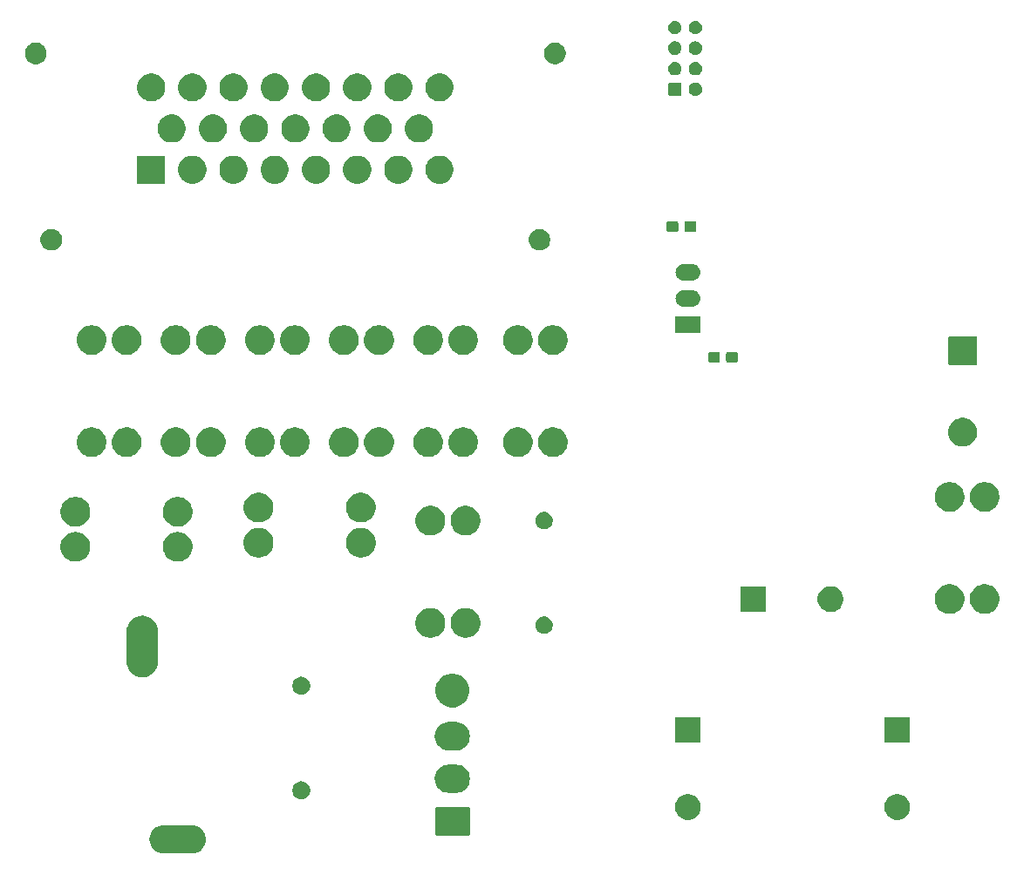
<source format=gbs>
%TF.GenerationSoftware,KiCad,Pcbnew,5.1.5-52549c5~84~ubuntu18.04.1*%
%TF.CreationDate,2020-02-26T10:28:26-05:00*%
%TF.ProjectId,LV_Breakout,4c565f42-7265-4616-9b6f-75742e6b6963,rev?*%
%TF.SameCoordinates,PX678e028PY6d01460*%
%TF.FileFunction,Soldermask,Bot*%
%TF.FilePolarity,Negative*%
%FSLAX46Y46*%
G04 Gerber Fmt 4.6, Leading zero omitted, Abs format (unit mm)*
G04 Created by KiCad (PCBNEW 5.1.5-52549c5~84~ubuntu18.04.1) date 2020-02-26 10:28:26*
%MOMM*%
%LPD*%
G04 APERTURE LIST*
%ADD10C,0.100000*%
G04 APERTURE END LIST*
D10*
G36*
X21223831Y5967631D02*
G01*
X21291703Y5960946D01*
X21552966Y5881693D01*
X21552968Y5881692D01*
X21793745Y5752994D01*
X21793747Y5752993D01*
X21793746Y5752993D01*
X22004792Y5579792D01*
X22177993Y5368746D01*
X22306693Y5127966D01*
X22351881Y4979000D01*
X22385946Y4866702D01*
X22412706Y4595000D01*
X22385946Y4323298D01*
X22306692Y4062032D01*
X22177994Y3821255D01*
X22004792Y3610208D01*
X21793745Y3437006D01*
X21552968Y3308308D01*
X21552966Y3308307D01*
X21291703Y3229054D01*
X21223831Y3222369D01*
X21088090Y3209000D01*
X18281910Y3209000D01*
X18146169Y3222369D01*
X18078297Y3229054D01*
X17817034Y3308307D01*
X17817032Y3308308D01*
X17576255Y3437006D01*
X17365208Y3610208D01*
X17192006Y3821255D01*
X17063308Y4062032D01*
X16984054Y4323298D01*
X16957294Y4595000D01*
X16984054Y4866702D01*
X17018119Y4979000D01*
X17063307Y5127966D01*
X17192007Y5368746D01*
X17365208Y5579792D01*
X17576254Y5752993D01*
X17576253Y5752993D01*
X17576255Y5752994D01*
X17817032Y5881692D01*
X17817034Y5881693D01*
X18078297Y5960946D01*
X18146169Y5967631D01*
X18281910Y5981000D01*
X21088090Y5981000D01*
X21223831Y5967631D01*
G37*
G36*
X47928436Y7717365D02*
G01*
X47958027Y7708389D01*
X47985296Y7693813D01*
X48009198Y7674198D01*
X48028813Y7650296D01*
X48043389Y7623027D01*
X48052365Y7593436D01*
X48056000Y7556526D01*
X48056000Y5143474D01*
X48052365Y5106564D01*
X48043389Y5076973D01*
X48028813Y5049704D01*
X48009198Y5025802D01*
X47985296Y5006187D01*
X47958027Y4991611D01*
X47928436Y4982635D01*
X47891526Y4979000D01*
X44818474Y4979000D01*
X44781564Y4982635D01*
X44751973Y4991611D01*
X44724704Y5006187D01*
X44700802Y5025802D01*
X44681187Y5049704D01*
X44666611Y5076973D01*
X44657635Y5106564D01*
X44654000Y5143474D01*
X44654000Y7556526D01*
X44657635Y7593436D01*
X44666611Y7623027D01*
X44681187Y7650296D01*
X44700802Y7674198D01*
X44724704Y7693813D01*
X44751973Y7708389D01*
X44781564Y7717365D01*
X44818474Y7721000D01*
X47891526Y7721000D01*
X47928436Y7717365D01*
G37*
G36*
X89899903Y8942925D02*
G01*
X90127571Y8848622D01*
X90332466Y8711715D01*
X90506715Y8537466D01*
X90506716Y8537464D01*
X90643623Y8332569D01*
X90737925Y8104903D01*
X90786000Y7863214D01*
X90786000Y7616786D01*
X90765156Y7511998D01*
X90737925Y7375097D01*
X90643622Y7147429D01*
X90506715Y6942534D01*
X90332466Y6768285D01*
X90127571Y6631378D01*
X90127570Y6631377D01*
X90127569Y6631377D01*
X89899903Y6537075D01*
X89658214Y6489000D01*
X89411786Y6489000D01*
X89170097Y6537075D01*
X88942431Y6631377D01*
X88942430Y6631377D01*
X88942429Y6631378D01*
X88737534Y6768285D01*
X88563285Y6942534D01*
X88426378Y7147429D01*
X88332075Y7375097D01*
X88304844Y7511998D01*
X88284000Y7616786D01*
X88284000Y7863214D01*
X88332075Y8104903D01*
X88426377Y8332569D01*
X88563284Y8537464D01*
X88563285Y8537466D01*
X88737534Y8711715D01*
X88942429Y8848622D01*
X89170097Y8942925D01*
X89411786Y8991000D01*
X89658214Y8991000D01*
X89899903Y8942925D01*
G37*
G36*
X69579903Y8942925D02*
G01*
X69807571Y8848622D01*
X70012466Y8711715D01*
X70186715Y8537466D01*
X70186716Y8537464D01*
X70323623Y8332569D01*
X70417925Y8104903D01*
X70466000Y7863214D01*
X70466000Y7616786D01*
X70445156Y7511998D01*
X70417925Y7375097D01*
X70323622Y7147429D01*
X70186715Y6942534D01*
X70012466Y6768285D01*
X69807571Y6631378D01*
X69807570Y6631377D01*
X69807569Y6631377D01*
X69579903Y6537075D01*
X69338214Y6489000D01*
X69091786Y6489000D01*
X68850097Y6537075D01*
X68622431Y6631377D01*
X68622430Y6631377D01*
X68622429Y6631378D01*
X68417534Y6768285D01*
X68243285Y6942534D01*
X68106378Y7147429D01*
X68012075Y7375097D01*
X67984844Y7511998D01*
X67964000Y7616786D01*
X67964000Y7863214D01*
X68012075Y8104903D01*
X68106377Y8332569D01*
X68243284Y8537464D01*
X68243285Y8537466D01*
X68417534Y8711715D01*
X68622429Y8848622D01*
X68850097Y8942925D01*
X69091786Y8991000D01*
X69338214Y8991000D01*
X69579903Y8942925D01*
G37*
G36*
X31864436Y10226812D02*
G01*
X31948332Y10210124D01*
X32106390Y10144654D01*
X32248634Y10049610D01*
X32369610Y9928634D01*
X32464654Y9786390D01*
X32530124Y9628332D01*
X32563500Y9460540D01*
X32563500Y9289460D01*
X32530124Y9121668D01*
X32464654Y8963610D01*
X32369610Y8821366D01*
X32248634Y8700390D01*
X32106390Y8605346D01*
X32027360Y8572611D01*
X31948332Y8539876D01*
X31864436Y8523188D01*
X31780541Y8506500D01*
X31609459Y8506500D01*
X31525564Y8523188D01*
X31441668Y8539876D01*
X31362640Y8572611D01*
X31283610Y8605346D01*
X31141366Y8700390D01*
X31020390Y8821366D01*
X30925346Y8963610D01*
X30859876Y9121668D01*
X30826500Y9289460D01*
X30826500Y9460540D01*
X30859876Y9628332D01*
X30925346Y9786390D01*
X31020390Y9928634D01*
X31141366Y10049610D01*
X31283610Y10144654D01*
X31441668Y10210124D01*
X31525564Y10226812D01*
X31609459Y10243500D01*
X31780541Y10243500D01*
X31864436Y10226812D01*
G37*
G36*
X46953761Y11841163D02*
G01*
X47212200Y11762766D01*
X47450372Y11635461D01*
X47659134Y11464134D01*
X47830461Y11255372D01*
X47957766Y11017200D01*
X48036163Y10758761D01*
X48062633Y10490000D01*
X48036163Y10221239D01*
X47957766Y9962800D01*
X47830461Y9724628D01*
X47659134Y9515866D01*
X47450372Y9344539D01*
X47212200Y9217234D01*
X46953761Y9138837D01*
X46752349Y9119000D01*
X45957651Y9119000D01*
X45756239Y9138837D01*
X45497800Y9217234D01*
X45259628Y9344539D01*
X45050866Y9515866D01*
X44879539Y9724628D01*
X44752234Y9962800D01*
X44673837Y10221239D01*
X44647367Y10490000D01*
X44673837Y10758761D01*
X44752234Y11017200D01*
X44879539Y11255372D01*
X45050866Y11464134D01*
X45259628Y11635461D01*
X45497800Y11762766D01*
X45756239Y11841163D01*
X45957651Y11861000D01*
X46752349Y11861000D01*
X46953761Y11841163D01*
G37*
G36*
X46953761Y15981163D02*
G01*
X47212200Y15902766D01*
X47450372Y15775461D01*
X47659134Y15604134D01*
X47830461Y15395372D01*
X47957766Y15157200D01*
X48036163Y14898761D01*
X48062633Y14630000D01*
X48036163Y14361239D01*
X47957766Y14102800D01*
X47830461Y13864628D01*
X47659134Y13655866D01*
X47450372Y13484539D01*
X47212200Y13357234D01*
X46953761Y13278837D01*
X46752349Y13259000D01*
X45957651Y13259000D01*
X45756239Y13278837D01*
X45497800Y13357234D01*
X45259628Y13484539D01*
X45050866Y13655866D01*
X44879539Y13864628D01*
X44752234Y14102800D01*
X44673837Y14361239D01*
X44647367Y14630000D01*
X44673837Y14898761D01*
X44752234Y15157200D01*
X44879539Y15395372D01*
X45050866Y15604134D01*
X45259628Y15775461D01*
X45497800Y15902766D01*
X45756239Y15981163D01*
X45957651Y16001000D01*
X46752349Y16001000D01*
X46953761Y15981163D01*
G37*
G36*
X70466000Y13989000D02*
G01*
X67964000Y13989000D01*
X67964000Y16491000D01*
X70466000Y16491000D01*
X70466000Y13989000D01*
G37*
G36*
X90786000Y13989000D02*
G01*
X88284000Y13989000D01*
X88284000Y16491000D01*
X90786000Y16491000D01*
X90786000Y13989000D01*
G37*
G36*
X46833661Y20647938D02*
G01*
X47132303Y20524236D01*
X47132305Y20524235D01*
X47401076Y20344648D01*
X47629648Y20116076D01*
X47743029Y19946390D01*
X47809236Y19847303D01*
X47932938Y19548661D01*
X47996000Y19231626D01*
X47996000Y18908374D01*
X47932938Y18591339D01*
X47809236Y18292697D01*
X47809235Y18292695D01*
X47629648Y18023924D01*
X47401076Y17795352D01*
X47132305Y17615765D01*
X47132304Y17615764D01*
X47132303Y17615764D01*
X46833661Y17492062D01*
X46516626Y17429000D01*
X46193374Y17429000D01*
X45876339Y17492062D01*
X45577697Y17615764D01*
X45577696Y17615764D01*
X45577695Y17615765D01*
X45308924Y17795352D01*
X45080352Y18023924D01*
X44900765Y18292695D01*
X44900764Y18292697D01*
X44777062Y18591339D01*
X44714000Y18908374D01*
X44714000Y19231626D01*
X44777062Y19548661D01*
X44900764Y19847303D01*
X44966972Y19946390D01*
X45080352Y20116076D01*
X45308924Y20344648D01*
X45577695Y20524235D01*
X45577697Y20524236D01*
X45876339Y20647938D01*
X46193374Y20711000D01*
X46516626Y20711000D01*
X46833661Y20647938D01*
G37*
G36*
X31864436Y20386812D02*
G01*
X31948332Y20370124D01*
X32009836Y20344648D01*
X32106390Y20304654D01*
X32248634Y20209610D01*
X32369610Y20088634D01*
X32464654Y19946390D01*
X32530124Y19788331D01*
X32563500Y19620541D01*
X32563500Y19449459D01*
X32530124Y19281669D01*
X32464654Y19123610D01*
X32369610Y18981366D01*
X32248634Y18860390D01*
X32106390Y18765346D01*
X32027360Y18732611D01*
X31948332Y18699876D01*
X31864436Y18683188D01*
X31780541Y18666500D01*
X31609459Y18666500D01*
X31525564Y18683188D01*
X31441668Y18699876D01*
X31362640Y18732611D01*
X31283610Y18765346D01*
X31141366Y18860390D01*
X31020390Y18981366D01*
X30925346Y19123610D01*
X30859876Y19281669D01*
X30826500Y19449459D01*
X30826500Y19620541D01*
X30859876Y19788331D01*
X30925346Y19946390D01*
X31020390Y20088634D01*
X31141366Y20209610D01*
X31283610Y20304654D01*
X31380164Y20344648D01*
X31441668Y20370124D01*
X31525564Y20386812D01*
X31609459Y20403500D01*
X31780541Y20403500D01*
X31864436Y20386812D01*
G37*
G36*
X16551697Y26299101D02*
G01*
X16836993Y26212557D01*
X17099923Y26072018D01*
X17330384Y25882884D01*
X17519518Y25652424D01*
X17660057Y25389494D01*
X17746601Y25104198D01*
X17768500Y24881852D01*
X17768500Y21808148D01*
X17746601Y21585802D01*
X17660057Y21300506D01*
X17519518Y21037576D01*
X17330384Y20807116D01*
X17099924Y20617982D01*
X16836994Y20477443D01*
X16551698Y20390899D01*
X16255000Y20361677D01*
X15958303Y20390899D01*
X15673007Y20477443D01*
X15410077Y20617982D01*
X15179617Y20807116D01*
X14990483Y21037576D01*
X14849944Y21300506D01*
X14763400Y21585802D01*
X14741501Y21808148D01*
X14741500Y24881851D01*
X14763399Y25104197D01*
X14849943Y25389493D01*
X14990482Y25652423D01*
X15179616Y25882884D01*
X15410076Y26072018D01*
X15673006Y26212557D01*
X15958302Y26299101D01*
X16255000Y26328323D01*
X16551697Y26299101D01*
G37*
G36*
X44506125Y27053312D02*
G01*
X44645324Y27025623D01*
X44753949Y26980629D01*
X44907568Y26916998D01*
X45143583Y26759298D01*
X45344298Y26558583D01*
X45501998Y26322568D01*
X45531642Y26251000D01*
X45610623Y26060324D01*
X45634064Y25942480D01*
X45666000Y25781927D01*
X45666000Y25498073D01*
X45610623Y25219677D01*
X45501998Y24957432D01*
X45344298Y24721417D01*
X45143583Y24520702D01*
X44907568Y24363002D01*
X44753949Y24299371D01*
X44645324Y24254377D01*
X44506125Y24226688D01*
X44366927Y24199000D01*
X44083073Y24199000D01*
X43943875Y24226688D01*
X43804676Y24254377D01*
X43696051Y24299371D01*
X43542432Y24363002D01*
X43306417Y24520702D01*
X43105702Y24721417D01*
X42948002Y24957432D01*
X42839377Y25219677D01*
X42784000Y25498073D01*
X42784000Y25781927D01*
X42815936Y25942480D01*
X42839377Y26060324D01*
X42918358Y26251000D01*
X42948002Y26322568D01*
X43105702Y26558583D01*
X43306417Y26759298D01*
X43542432Y26916998D01*
X43696051Y26980629D01*
X43804676Y27025623D01*
X43943875Y27053312D01*
X44083073Y27081000D01*
X44366927Y27081000D01*
X44506125Y27053312D01*
G37*
G36*
X47906125Y27053312D02*
G01*
X48045324Y27025623D01*
X48153949Y26980629D01*
X48307568Y26916998D01*
X48543583Y26759298D01*
X48744298Y26558583D01*
X48901998Y26322568D01*
X48931642Y26251000D01*
X49010623Y26060324D01*
X49034064Y25942480D01*
X49066000Y25781927D01*
X49066000Y25498073D01*
X49010623Y25219677D01*
X48901998Y24957432D01*
X48744298Y24721417D01*
X48543583Y24520702D01*
X48307568Y24363002D01*
X48153949Y24299371D01*
X48045324Y24254377D01*
X47906125Y24226688D01*
X47766927Y24199000D01*
X47483073Y24199000D01*
X47343875Y24226688D01*
X47204676Y24254377D01*
X47096051Y24299371D01*
X46942432Y24363002D01*
X46706417Y24520702D01*
X46505702Y24721417D01*
X46348002Y24957432D01*
X46239377Y25219677D01*
X46184000Y25498073D01*
X46184000Y25781927D01*
X46215936Y25942480D01*
X46239377Y26060324D01*
X46318358Y26251000D01*
X46348002Y26322568D01*
X46505702Y26558583D01*
X46706417Y26759298D01*
X46942432Y26916998D01*
X47096051Y26980629D01*
X47204676Y27025623D01*
X47343875Y27053312D01*
X47483073Y27081000D01*
X47766927Y27081000D01*
X47906125Y27053312D01*
G37*
G36*
X55493228Y26218297D02*
G01*
X55648100Y26154147D01*
X55787481Y26061015D01*
X55906015Y25942481D01*
X55999147Y25803100D01*
X56063297Y25648228D01*
X56096000Y25483816D01*
X56096000Y25316184D01*
X56063297Y25151772D01*
X55999147Y24996900D01*
X55906015Y24857519D01*
X55787481Y24738985D01*
X55648100Y24645853D01*
X55493228Y24581703D01*
X55328816Y24549000D01*
X55161184Y24549000D01*
X54996772Y24581703D01*
X54841900Y24645853D01*
X54702519Y24738985D01*
X54583985Y24857519D01*
X54490853Y24996900D01*
X54426703Y25151772D01*
X54394000Y25316184D01*
X54394000Y25483816D01*
X54426703Y25648228D01*
X54490853Y25803100D01*
X54583985Y25942481D01*
X54702519Y26061015D01*
X54841900Y26154147D01*
X54996772Y26218297D01*
X55161184Y26251000D01*
X55328816Y26251000D01*
X55493228Y26218297D01*
G37*
G36*
X94896125Y29353312D02*
G01*
X95035324Y29325623D01*
X95143949Y29280629D01*
X95297568Y29216998D01*
X95533583Y29059298D01*
X95734298Y28858583D01*
X95891998Y28622568D01*
X96000623Y28360323D01*
X96056000Y28081927D01*
X96056000Y27798073D01*
X96000623Y27519677D01*
X95891998Y27257432D01*
X95734298Y27021417D01*
X95533583Y26820702D01*
X95297568Y26663002D01*
X95143949Y26599371D01*
X95035324Y26554377D01*
X94896125Y26526688D01*
X94756927Y26499000D01*
X94473073Y26499000D01*
X94333875Y26526688D01*
X94194676Y26554377D01*
X94086051Y26599371D01*
X93932432Y26663002D01*
X93696417Y26820702D01*
X93495702Y27021417D01*
X93338002Y27257432D01*
X93229377Y27519677D01*
X93174000Y27798073D01*
X93174000Y28081927D01*
X93229377Y28360323D01*
X93338002Y28622568D01*
X93495702Y28858583D01*
X93696417Y29059298D01*
X93932432Y29216998D01*
X94086051Y29280629D01*
X94194676Y29325623D01*
X94333875Y29353311D01*
X94473073Y29381000D01*
X94756927Y29381000D01*
X94896125Y29353312D01*
G37*
G36*
X98296125Y29353312D02*
G01*
X98435324Y29325623D01*
X98543949Y29280629D01*
X98697568Y29216998D01*
X98933583Y29059298D01*
X99134298Y28858583D01*
X99291998Y28622568D01*
X99400623Y28360323D01*
X99456000Y28081927D01*
X99456000Y27798073D01*
X99400623Y27519677D01*
X99291998Y27257432D01*
X99134298Y27021417D01*
X98933583Y26820702D01*
X98697568Y26663002D01*
X98543949Y26599371D01*
X98435324Y26554377D01*
X98296125Y26526688D01*
X98156927Y26499000D01*
X97873073Y26499000D01*
X97733875Y26526688D01*
X97594676Y26554377D01*
X97486051Y26599371D01*
X97332432Y26663002D01*
X97096417Y26820702D01*
X96895702Y27021417D01*
X96738002Y27257432D01*
X96629377Y27519677D01*
X96574000Y27798073D01*
X96574000Y28081927D01*
X96629377Y28360323D01*
X96738002Y28622568D01*
X96895702Y28858583D01*
X97096417Y29059298D01*
X97332432Y29216998D01*
X97486051Y29280629D01*
X97594676Y29325623D01*
X97733875Y29353311D01*
X97873073Y29381000D01*
X98156927Y29381000D01*
X98296125Y29353312D01*
G37*
G36*
X76816000Y26689000D02*
G01*
X74314000Y26689000D01*
X74314000Y29191000D01*
X76816000Y29191000D01*
X76816000Y26689000D01*
G37*
G36*
X83429903Y29142925D02*
G01*
X83631800Y29059297D01*
X83657571Y29048622D01*
X83862466Y28911715D01*
X84036715Y28737466D01*
X84173622Y28532571D01*
X84267925Y28304903D01*
X84316000Y28063213D01*
X84316000Y27816787D01*
X84267925Y27575097D01*
X84173622Y27347429D01*
X84036715Y27142534D01*
X83862466Y26968285D01*
X83657571Y26831378D01*
X83657570Y26831377D01*
X83657569Y26831377D01*
X83429903Y26737075D01*
X83188214Y26689000D01*
X82941786Y26689000D01*
X82700097Y26737075D01*
X82472431Y26831377D01*
X82472430Y26831377D01*
X82472429Y26831378D01*
X82267534Y26968285D01*
X82093285Y27142534D01*
X81956378Y27347429D01*
X81862075Y27575097D01*
X81814000Y27816787D01*
X81814000Y28063213D01*
X81862075Y28304903D01*
X81956378Y28532571D01*
X82093285Y28737466D01*
X82267534Y28911715D01*
X82472429Y29048622D01*
X82498201Y29059297D01*
X82700097Y29142925D01*
X82941786Y29191000D01*
X83188214Y29191000D01*
X83429903Y29142925D01*
G37*
G36*
X19928966Y34440703D02*
G01*
X20105324Y34405623D01*
X20213949Y34360629D01*
X20367568Y34296998D01*
X20603583Y34139298D01*
X20804298Y33938583D01*
X20961998Y33702568D01*
X21070623Y33440323D01*
X21126000Y33161927D01*
X21126000Y32878073D01*
X21070623Y32599677D01*
X20961998Y32337432D01*
X20804298Y32101417D01*
X20603583Y31900702D01*
X20367568Y31743002D01*
X20213949Y31679371D01*
X20105324Y31634377D01*
X19966125Y31606689D01*
X19826927Y31579000D01*
X19543073Y31579000D01*
X19403875Y31606689D01*
X19264676Y31634377D01*
X19156051Y31679371D01*
X19002432Y31743002D01*
X18766417Y31900702D01*
X18565702Y32101417D01*
X18408002Y32337432D01*
X18299377Y32599677D01*
X18244000Y32878073D01*
X18244000Y33161927D01*
X18299377Y33440323D01*
X18408002Y33702568D01*
X18565702Y33938583D01*
X18766417Y34139298D01*
X19002432Y34296998D01*
X19156051Y34360629D01*
X19264676Y34405623D01*
X19441034Y34440703D01*
X19543073Y34461000D01*
X19826927Y34461000D01*
X19928966Y34440703D01*
G37*
G36*
X10008966Y34440703D02*
G01*
X10185324Y34405623D01*
X10293949Y34360629D01*
X10447568Y34296998D01*
X10683583Y34139298D01*
X10884298Y33938583D01*
X11041998Y33702568D01*
X11150623Y33440323D01*
X11206000Y33161927D01*
X11206000Y32878073D01*
X11150623Y32599677D01*
X11041998Y32337432D01*
X10884298Y32101417D01*
X10683583Y31900702D01*
X10447568Y31743002D01*
X10293949Y31679371D01*
X10185324Y31634377D01*
X10046125Y31606689D01*
X9906927Y31579000D01*
X9623073Y31579000D01*
X9483875Y31606689D01*
X9344676Y31634377D01*
X9236051Y31679371D01*
X9082432Y31743002D01*
X8846417Y31900702D01*
X8645702Y32101417D01*
X8488002Y32337432D01*
X8379377Y32599677D01*
X8324000Y32878073D01*
X8324000Y33161927D01*
X8379377Y33440323D01*
X8488002Y33702568D01*
X8645702Y33938583D01*
X8846417Y34139298D01*
X9082432Y34296998D01*
X9236051Y34360629D01*
X9344676Y34405623D01*
X9521034Y34440703D01*
X9623073Y34461000D01*
X9906927Y34461000D01*
X10008966Y34440703D01*
G37*
G36*
X37746125Y34843311D02*
G01*
X37885324Y34815623D01*
X37993949Y34770629D01*
X38147568Y34706998D01*
X38383583Y34549298D01*
X38584298Y34348583D01*
X38741998Y34112568D01*
X38850623Y33850323D01*
X38906000Y33571927D01*
X38906000Y33288073D01*
X38850623Y33009677D01*
X38741998Y32747432D01*
X38584298Y32511417D01*
X38383583Y32310702D01*
X38147568Y32153002D01*
X38023030Y32101417D01*
X37885324Y32044377D01*
X37746125Y32016688D01*
X37606927Y31989000D01*
X37323073Y31989000D01*
X37183875Y32016688D01*
X37044676Y32044377D01*
X36906970Y32101417D01*
X36782432Y32153002D01*
X36546417Y32310702D01*
X36345702Y32511417D01*
X36188002Y32747432D01*
X36079377Y33009677D01*
X36024000Y33288073D01*
X36024000Y33571927D01*
X36079377Y33850323D01*
X36188002Y34112568D01*
X36345702Y34348583D01*
X36546417Y34549298D01*
X36782432Y34706998D01*
X36936051Y34770629D01*
X37044676Y34815623D01*
X37183875Y34843312D01*
X37323073Y34871000D01*
X37606927Y34871000D01*
X37746125Y34843311D01*
G37*
G36*
X27826125Y34843311D02*
G01*
X27965324Y34815623D01*
X28073949Y34770629D01*
X28227568Y34706998D01*
X28463583Y34549298D01*
X28664298Y34348583D01*
X28821998Y34112568D01*
X28930623Y33850323D01*
X28986000Y33571927D01*
X28986000Y33288073D01*
X28930623Y33009677D01*
X28821998Y32747432D01*
X28664298Y32511417D01*
X28463583Y32310702D01*
X28227568Y32153002D01*
X28103030Y32101417D01*
X27965324Y32044377D01*
X27826125Y32016688D01*
X27686927Y31989000D01*
X27403073Y31989000D01*
X27263875Y32016688D01*
X27124676Y32044377D01*
X26986970Y32101417D01*
X26862432Y32153002D01*
X26626417Y32310702D01*
X26425702Y32511417D01*
X26268002Y32747432D01*
X26159377Y33009677D01*
X26104000Y33288073D01*
X26104000Y33571927D01*
X26159377Y33850323D01*
X26268002Y34112568D01*
X26425702Y34348583D01*
X26626417Y34549298D01*
X26862432Y34706998D01*
X27016051Y34770629D01*
X27124676Y34815623D01*
X27263875Y34843311D01*
X27403073Y34871000D01*
X27686927Y34871000D01*
X27826125Y34843311D01*
G37*
G36*
X44506125Y36973312D02*
G01*
X44645324Y36945623D01*
X44753949Y36900629D01*
X44907568Y36836998D01*
X45143583Y36679298D01*
X45344298Y36478583D01*
X45501998Y36242568D01*
X45541404Y36147432D01*
X45610623Y35980324D01*
X45624330Y35911416D01*
X45664255Y35710702D01*
X45666000Y35701926D01*
X45666000Y35418074D01*
X45611285Y35143002D01*
X45610623Y35139677D01*
X45501998Y34877432D01*
X45344298Y34641417D01*
X45143583Y34440702D01*
X44907568Y34283002D01*
X44753949Y34219371D01*
X44645324Y34174377D01*
X44506125Y34146688D01*
X44366927Y34119000D01*
X44083073Y34119000D01*
X43943875Y34146688D01*
X43804676Y34174377D01*
X43696051Y34219371D01*
X43542432Y34283002D01*
X43306417Y34440702D01*
X43105702Y34641417D01*
X42948002Y34877432D01*
X42839377Y35139677D01*
X42838716Y35143002D01*
X42784000Y35418074D01*
X42784000Y35701926D01*
X42785746Y35710702D01*
X42825670Y35911416D01*
X42839377Y35980324D01*
X42908596Y36147432D01*
X42948002Y36242568D01*
X43105702Y36478583D01*
X43306417Y36679298D01*
X43542432Y36836998D01*
X43696051Y36900629D01*
X43804676Y36945623D01*
X43943875Y36973312D01*
X44083073Y37001000D01*
X44366927Y37001000D01*
X44506125Y36973312D01*
G37*
G36*
X47906125Y36973312D02*
G01*
X48045324Y36945623D01*
X48153949Y36900629D01*
X48307568Y36836998D01*
X48543583Y36679298D01*
X48744298Y36478583D01*
X48901998Y36242568D01*
X48941404Y36147432D01*
X49010623Y35980324D01*
X49024330Y35911416D01*
X49064255Y35710702D01*
X49066000Y35701926D01*
X49066000Y35418074D01*
X49011285Y35143002D01*
X49010623Y35139677D01*
X48901998Y34877432D01*
X48744298Y34641417D01*
X48543583Y34440702D01*
X48307568Y34283002D01*
X48153949Y34219371D01*
X48045324Y34174377D01*
X47906125Y34146688D01*
X47766927Y34119000D01*
X47483073Y34119000D01*
X47343875Y34146688D01*
X47204676Y34174377D01*
X47096051Y34219371D01*
X46942432Y34283002D01*
X46706417Y34440702D01*
X46505702Y34641417D01*
X46348002Y34877432D01*
X46239377Y35139677D01*
X46238716Y35143002D01*
X46184000Y35418074D01*
X46184000Y35701926D01*
X46185746Y35710702D01*
X46225670Y35911416D01*
X46239377Y35980324D01*
X46308596Y36147432D01*
X46348002Y36242568D01*
X46505702Y36478583D01*
X46706417Y36679298D01*
X46942432Y36836998D01*
X47096051Y36900629D01*
X47204676Y36945623D01*
X47343875Y36973312D01*
X47483073Y37001000D01*
X47766927Y37001000D01*
X47906125Y36973312D01*
G37*
G36*
X55493228Y36378297D02*
G01*
X55648100Y36314147D01*
X55787481Y36221015D01*
X55906015Y36102481D01*
X55999147Y35963100D01*
X56063297Y35808228D01*
X56096000Y35643816D01*
X56096000Y35476184D01*
X56063297Y35311772D01*
X55999147Y35156900D01*
X55906015Y35017519D01*
X55787481Y34898985D01*
X55648100Y34805853D01*
X55493228Y34741703D01*
X55328816Y34709000D01*
X55161184Y34709000D01*
X54996772Y34741703D01*
X54841900Y34805853D01*
X54702519Y34898985D01*
X54583985Y35017519D01*
X54490853Y35156900D01*
X54426703Y35311772D01*
X54394000Y35476184D01*
X54394000Y35643816D01*
X54426703Y35808228D01*
X54490853Y35963100D01*
X54583985Y36102481D01*
X54702519Y36221015D01*
X54841900Y36314147D01*
X54996772Y36378297D01*
X55161184Y36411000D01*
X55328816Y36411000D01*
X55493228Y36378297D01*
G37*
G36*
X10046125Y37833311D02*
G01*
X10185324Y37805623D01*
X10293949Y37760629D01*
X10447568Y37696998D01*
X10683583Y37539298D01*
X10884298Y37338583D01*
X11041998Y37102568D01*
X11096111Y36971927D01*
X11150623Y36840324D01*
X11151285Y36836997D01*
X11206000Y36561927D01*
X11206000Y36278073D01*
X11194650Y36221015D01*
X11150623Y35999676D01*
X11135471Y35963097D01*
X11041998Y35737432D01*
X10884298Y35501417D01*
X10683583Y35300702D01*
X10447568Y35143002D01*
X10293949Y35079371D01*
X10185324Y35034377D01*
X10100578Y35017520D01*
X9906927Y34979000D01*
X9623073Y34979000D01*
X9429422Y35017520D01*
X9344676Y35034377D01*
X9236051Y35079371D01*
X9082432Y35143002D01*
X8846417Y35300702D01*
X8645702Y35501417D01*
X8488002Y35737432D01*
X8394529Y35963097D01*
X8379377Y35999676D01*
X8335350Y36221015D01*
X8324000Y36278073D01*
X8324000Y36561927D01*
X8378715Y36836997D01*
X8379377Y36840324D01*
X8433889Y36971927D01*
X8488002Y37102568D01*
X8645702Y37338583D01*
X8846417Y37539298D01*
X9082432Y37696998D01*
X9236051Y37760629D01*
X9344676Y37805623D01*
X9483875Y37833311D01*
X9623073Y37861000D01*
X9906927Y37861000D01*
X10046125Y37833311D01*
G37*
G36*
X19966125Y37833311D02*
G01*
X20105324Y37805623D01*
X20213949Y37760629D01*
X20367568Y37696998D01*
X20603583Y37539298D01*
X20804298Y37338583D01*
X20961998Y37102568D01*
X21016111Y36971927D01*
X21070623Y36840324D01*
X21071285Y36836997D01*
X21126000Y36561927D01*
X21126000Y36278073D01*
X21114650Y36221015D01*
X21070623Y35999676D01*
X21055471Y35963097D01*
X20961998Y35737432D01*
X20804298Y35501417D01*
X20603583Y35300702D01*
X20367568Y35143002D01*
X20213949Y35079371D01*
X20105324Y35034377D01*
X20020578Y35017520D01*
X19826927Y34979000D01*
X19543073Y34979000D01*
X19349422Y35017520D01*
X19264676Y35034377D01*
X19156051Y35079371D01*
X19002432Y35143002D01*
X18766417Y35300702D01*
X18565702Y35501417D01*
X18408002Y35737432D01*
X18314529Y35963097D01*
X18299377Y35999676D01*
X18255350Y36221015D01*
X18244000Y36278073D01*
X18244000Y36561927D01*
X18298715Y36836997D01*
X18299377Y36840324D01*
X18353889Y36971927D01*
X18408002Y37102568D01*
X18565702Y37338583D01*
X18766417Y37539298D01*
X19002432Y37696998D01*
X19156051Y37760629D01*
X19264676Y37805623D01*
X19403875Y37833311D01*
X19543073Y37861000D01*
X19826927Y37861000D01*
X19966125Y37833311D01*
G37*
G36*
X37746125Y38243312D02*
G01*
X37885324Y38215623D01*
X37993949Y38170629D01*
X38147568Y38106998D01*
X38383583Y37949298D01*
X38584298Y37748583D01*
X38741998Y37512568D01*
X38850623Y37250323D01*
X38906000Y36971927D01*
X38906000Y36688073D01*
X38904254Y36679297D01*
X38852478Y36419000D01*
X38850623Y36409677D01*
X38741998Y36147432D01*
X38584298Y35911417D01*
X38383583Y35710702D01*
X38147568Y35553002D01*
X38023030Y35501417D01*
X37885324Y35444377D01*
X37753090Y35418074D01*
X37606927Y35389000D01*
X37323073Y35389000D01*
X37176910Y35418074D01*
X37044676Y35444377D01*
X36906970Y35501417D01*
X36782432Y35553002D01*
X36546417Y35710702D01*
X36345702Y35911417D01*
X36188002Y36147432D01*
X36079377Y36409677D01*
X36077523Y36419000D01*
X36025746Y36679297D01*
X36024000Y36688073D01*
X36024000Y36971927D01*
X36079377Y37250323D01*
X36188002Y37512568D01*
X36345702Y37748583D01*
X36546417Y37949298D01*
X36782432Y38106998D01*
X36936051Y38170629D01*
X37044676Y38215623D01*
X37183875Y38243312D01*
X37323073Y38271000D01*
X37606927Y38271000D01*
X37746125Y38243312D01*
G37*
G36*
X27826125Y38243312D02*
G01*
X27965324Y38215623D01*
X28073949Y38170629D01*
X28227568Y38106998D01*
X28463583Y37949298D01*
X28664298Y37748583D01*
X28821998Y37512568D01*
X28930623Y37250323D01*
X28986000Y36971927D01*
X28986000Y36688073D01*
X28984254Y36679297D01*
X28932478Y36419000D01*
X28930623Y36409677D01*
X28821998Y36147432D01*
X28664298Y35911417D01*
X28463583Y35710702D01*
X28227568Y35553002D01*
X28103030Y35501417D01*
X27965324Y35444377D01*
X27833090Y35418074D01*
X27686927Y35389000D01*
X27403073Y35389000D01*
X27256910Y35418074D01*
X27124676Y35444377D01*
X26986970Y35501417D01*
X26862432Y35553002D01*
X26626417Y35710702D01*
X26425702Y35911417D01*
X26268002Y36147432D01*
X26159377Y36409677D01*
X26157523Y36419000D01*
X26105746Y36679297D01*
X26104000Y36688073D01*
X26104000Y36971927D01*
X26159377Y37250323D01*
X26268002Y37512568D01*
X26425702Y37748583D01*
X26626417Y37949298D01*
X26862432Y38106998D01*
X27016051Y38170629D01*
X27124676Y38215623D01*
X27263875Y38243312D01*
X27403073Y38271000D01*
X27686927Y38271000D01*
X27826125Y38243312D01*
G37*
G36*
X98296125Y39273312D02*
G01*
X98435324Y39245623D01*
X98543949Y39200629D01*
X98697568Y39136998D01*
X98933583Y38979298D01*
X99134298Y38778583D01*
X99291998Y38542568D01*
X99355629Y38388949D01*
X99400623Y38280324D01*
X99413493Y38215623D01*
X99456000Y38001927D01*
X99456000Y37718073D01*
X99400623Y37439677D01*
X99291998Y37177432D01*
X99134298Y36941417D01*
X98933583Y36740702D01*
X98697568Y36583002D01*
X98543949Y36519371D01*
X98435324Y36474377D01*
X98296125Y36446689D01*
X98156927Y36419000D01*
X97873073Y36419000D01*
X97733875Y36446688D01*
X97594676Y36474377D01*
X97486051Y36519371D01*
X97332432Y36583002D01*
X97096417Y36740702D01*
X96895702Y36941417D01*
X96738002Y37177432D01*
X96629377Y37439677D01*
X96574000Y37718073D01*
X96574000Y38001927D01*
X96616507Y38215623D01*
X96629377Y38280324D01*
X96674371Y38388949D01*
X96738002Y38542568D01*
X96895702Y38778583D01*
X97096417Y38979298D01*
X97332432Y39136998D01*
X97486051Y39200629D01*
X97594676Y39245623D01*
X97733875Y39273312D01*
X97873073Y39301000D01*
X98156927Y39301000D01*
X98296125Y39273312D01*
G37*
G36*
X94896125Y39273312D02*
G01*
X95035324Y39245623D01*
X95143949Y39200629D01*
X95297568Y39136998D01*
X95533583Y38979298D01*
X95734298Y38778583D01*
X95891998Y38542568D01*
X95955629Y38388949D01*
X96000623Y38280324D01*
X96013493Y38215623D01*
X96056000Y38001927D01*
X96056000Y37718073D01*
X96000623Y37439677D01*
X95891998Y37177432D01*
X95734298Y36941417D01*
X95533583Y36740702D01*
X95297568Y36583002D01*
X95143949Y36519371D01*
X95035324Y36474377D01*
X94896125Y36446689D01*
X94756927Y36419000D01*
X94473073Y36419000D01*
X94333875Y36446688D01*
X94194676Y36474377D01*
X94086051Y36519371D01*
X93932432Y36583002D01*
X93696417Y36740702D01*
X93495702Y36941417D01*
X93338002Y37177432D01*
X93229377Y37439677D01*
X93174000Y37718073D01*
X93174000Y38001927D01*
X93216507Y38215623D01*
X93229377Y38280324D01*
X93274371Y38388949D01*
X93338002Y38542568D01*
X93495702Y38778583D01*
X93696417Y38979298D01*
X93932432Y39136998D01*
X94086051Y39200629D01*
X94194676Y39245623D01*
X94333875Y39273312D01*
X94473073Y39301000D01*
X94756927Y39301000D01*
X94896125Y39273312D01*
G37*
G36*
X44277550Y44593311D02*
G01*
X44416749Y44565623D01*
X44525374Y44520629D01*
X44678993Y44456998D01*
X44915008Y44299298D01*
X45115723Y44098583D01*
X45273423Y43862568D01*
X45323635Y43741344D01*
X45382048Y43600324D01*
X45437425Y43321926D01*
X45437425Y43038074D01*
X45382048Y42759676D01*
X45337054Y42651051D01*
X45273423Y42497432D01*
X45115723Y42261417D01*
X44915008Y42060702D01*
X44678993Y41903002D01*
X44525374Y41839371D01*
X44416749Y41794377D01*
X44277550Y41766688D01*
X44138352Y41739000D01*
X43854498Y41739000D01*
X43715300Y41766688D01*
X43576101Y41794377D01*
X43467476Y41839371D01*
X43313857Y41903002D01*
X43077842Y42060702D01*
X42877127Y42261417D01*
X42719427Y42497432D01*
X42655796Y42651051D01*
X42610802Y42759676D01*
X42555425Y43038074D01*
X42555425Y43321926D01*
X42610802Y43600324D01*
X42669215Y43741344D01*
X42719427Y43862568D01*
X42877127Y44098583D01*
X43077842Y44299298D01*
X43313857Y44456998D01*
X43467476Y44520629D01*
X43576101Y44565623D01*
X43715300Y44593311D01*
X43854498Y44621000D01*
X44138352Y44621000D01*
X44277550Y44593311D01*
G37*
G36*
X56386125Y44593311D02*
G01*
X56525324Y44565623D01*
X56633949Y44520629D01*
X56787568Y44456998D01*
X57023583Y44299298D01*
X57224298Y44098583D01*
X57381998Y43862568D01*
X57432210Y43741344D01*
X57490623Y43600324D01*
X57546000Y43321926D01*
X57546000Y43038074D01*
X57490623Y42759676D01*
X57445629Y42651051D01*
X57381998Y42497432D01*
X57224298Y42261417D01*
X57023583Y42060702D01*
X56787568Y41903002D01*
X56633949Y41839371D01*
X56525324Y41794377D01*
X56386125Y41766688D01*
X56246927Y41739000D01*
X55963073Y41739000D01*
X55823875Y41766688D01*
X55684676Y41794377D01*
X55576051Y41839371D01*
X55422432Y41903002D01*
X55186417Y42060702D01*
X54985702Y42261417D01*
X54828002Y42497432D01*
X54764371Y42651051D01*
X54719377Y42759676D01*
X54664000Y43038074D01*
X54664000Y43321926D01*
X54719377Y43600324D01*
X54777790Y43741344D01*
X54828002Y43862568D01*
X54985702Y44098583D01*
X55186417Y44299298D01*
X55422432Y44456998D01*
X55576051Y44520629D01*
X55684676Y44565623D01*
X55823875Y44593311D01*
X55963073Y44621000D01*
X56246927Y44621000D01*
X56386125Y44593311D01*
G37*
G36*
X52986125Y44593311D02*
G01*
X53125324Y44565623D01*
X53233949Y44520629D01*
X53387568Y44456998D01*
X53623583Y44299298D01*
X53824298Y44098583D01*
X53981998Y43862568D01*
X54032210Y43741344D01*
X54090623Y43600324D01*
X54146000Y43321926D01*
X54146000Y43038074D01*
X54090623Y42759676D01*
X54045629Y42651051D01*
X53981998Y42497432D01*
X53824298Y42261417D01*
X53623583Y42060702D01*
X53387568Y41903002D01*
X53233949Y41839371D01*
X53125324Y41794377D01*
X52986125Y41766688D01*
X52846927Y41739000D01*
X52563073Y41739000D01*
X52423875Y41766688D01*
X52284676Y41794377D01*
X52176051Y41839371D01*
X52022432Y41903002D01*
X51786417Y42060702D01*
X51585702Y42261417D01*
X51428002Y42497432D01*
X51364371Y42651051D01*
X51319377Y42759676D01*
X51264000Y43038074D01*
X51264000Y43321926D01*
X51319377Y43600324D01*
X51377790Y43741344D01*
X51428002Y43862568D01*
X51585702Y44098583D01*
X51786417Y44299298D01*
X52022432Y44456998D01*
X52176051Y44520629D01*
X52284676Y44565623D01*
X52423875Y44593311D01*
X52563073Y44621000D01*
X52846927Y44621000D01*
X52986125Y44593311D01*
G37*
G36*
X47677550Y44593311D02*
G01*
X47816749Y44565623D01*
X47925374Y44520629D01*
X48078993Y44456998D01*
X48315008Y44299298D01*
X48515723Y44098583D01*
X48673423Y43862568D01*
X48723635Y43741344D01*
X48782048Y43600324D01*
X48837425Y43321926D01*
X48837425Y43038074D01*
X48782048Y42759676D01*
X48737054Y42651051D01*
X48673423Y42497432D01*
X48515723Y42261417D01*
X48315008Y42060702D01*
X48078993Y41903002D01*
X47925374Y41839371D01*
X47816749Y41794377D01*
X47677550Y41766688D01*
X47538352Y41739000D01*
X47254498Y41739000D01*
X47115300Y41766688D01*
X46976101Y41794377D01*
X46867476Y41839371D01*
X46713857Y41903002D01*
X46477842Y42060702D01*
X46277127Y42261417D01*
X46119427Y42497432D01*
X46055796Y42651051D01*
X46010802Y42759676D01*
X45955425Y43038074D01*
X45955425Y43321926D01*
X46010802Y43600324D01*
X46069215Y43741344D01*
X46119427Y43862568D01*
X46277127Y44098583D01*
X46477842Y44299298D01*
X46713857Y44456998D01*
X46867476Y44520629D01*
X46976101Y44565623D01*
X47115300Y44593311D01*
X47254498Y44621000D01*
X47538352Y44621000D01*
X47677550Y44593311D01*
G37*
G36*
X19784695Y44593311D02*
G01*
X19923894Y44565623D01*
X20032519Y44520629D01*
X20186138Y44456998D01*
X20422153Y44299298D01*
X20622868Y44098583D01*
X20780568Y43862568D01*
X20830780Y43741344D01*
X20889193Y43600324D01*
X20944570Y43321926D01*
X20944570Y43038074D01*
X20889193Y42759676D01*
X20844199Y42651051D01*
X20780568Y42497432D01*
X20622868Y42261417D01*
X20422153Y42060702D01*
X20186138Y41903002D01*
X20032519Y41839371D01*
X19923894Y41794377D01*
X19784695Y41766688D01*
X19645497Y41739000D01*
X19361643Y41739000D01*
X19222445Y41766688D01*
X19083246Y41794377D01*
X18974621Y41839371D01*
X18821002Y41903002D01*
X18584987Y42060702D01*
X18384272Y42261417D01*
X18226572Y42497432D01*
X18162941Y42651051D01*
X18117947Y42759676D01*
X18062570Y43038074D01*
X18062570Y43321926D01*
X18117947Y43600324D01*
X18176360Y43741344D01*
X18226572Y43862568D01*
X18384272Y44098583D01*
X18584987Y44299298D01*
X18821002Y44456998D01*
X18974621Y44520629D01*
X19083246Y44565623D01*
X19222445Y44593311D01*
X19361643Y44621000D01*
X19645497Y44621000D01*
X19784695Y44593311D01*
G37*
G36*
X23184695Y44593311D02*
G01*
X23323894Y44565623D01*
X23432519Y44520629D01*
X23586138Y44456998D01*
X23822153Y44299298D01*
X24022868Y44098583D01*
X24180568Y43862568D01*
X24230780Y43741344D01*
X24289193Y43600324D01*
X24344570Y43321926D01*
X24344570Y43038074D01*
X24289193Y42759676D01*
X24244199Y42651051D01*
X24180568Y42497432D01*
X24022868Y42261417D01*
X23822153Y42060702D01*
X23586138Y41903002D01*
X23432519Y41839371D01*
X23323894Y41794377D01*
X23184695Y41766688D01*
X23045497Y41739000D01*
X22761643Y41739000D01*
X22622445Y41766688D01*
X22483246Y41794377D01*
X22374621Y41839371D01*
X22221002Y41903002D01*
X21984987Y42060702D01*
X21784272Y42261417D01*
X21626572Y42497432D01*
X21562941Y42651051D01*
X21517947Y42759676D01*
X21462570Y43038074D01*
X21462570Y43321926D01*
X21517947Y43600324D01*
X21576360Y43741344D01*
X21626572Y43862568D01*
X21784272Y44098583D01*
X21984987Y44299298D01*
X22221002Y44456998D01*
X22374621Y44520629D01*
X22483246Y44565623D01*
X22622445Y44593311D01*
X22761643Y44621000D01*
X23045497Y44621000D01*
X23184695Y44593311D01*
G37*
G36*
X27948980Y44593311D02*
G01*
X28088179Y44565623D01*
X28196804Y44520629D01*
X28350423Y44456998D01*
X28586438Y44299298D01*
X28787153Y44098583D01*
X28944853Y43862568D01*
X28995065Y43741344D01*
X29053478Y43600324D01*
X29108855Y43321926D01*
X29108855Y43038074D01*
X29053478Y42759676D01*
X29008484Y42651051D01*
X28944853Y42497432D01*
X28787153Y42261417D01*
X28586438Y42060702D01*
X28350423Y41903002D01*
X28196804Y41839371D01*
X28088179Y41794377D01*
X27948980Y41766688D01*
X27809782Y41739000D01*
X27525928Y41739000D01*
X27386730Y41766688D01*
X27247531Y41794377D01*
X27138906Y41839371D01*
X26985287Y41903002D01*
X26749272Y42060702D01*
X26548557Y42261417D01*
X26390857Y42497432D01*
X26327226Y42651051D01*
X26282232Y42759676D01*
X26226855Y43038074D01*
X26226855Y43321926D01*
X26282232Y43600324D01*
X26340645Y43741344D01*
X26390857Y43862568D01*
X26548557Y44098583D01*
X26749272Y44299298D01*
X26985287Y44456998D01*
X27138906Y44520629D01*
X27247531Y44565623D01*
X27386730Y44593311D01*
X27525928Y44621000D01*
X27809782Y44621000D01*
X27948980Y44593311D01*
G37*
G36*
X31348980Y44593311D02*
G01*
X31488179Y44565623D01*
X31596804Y44520629D01*
X31750423Y44456998D01*
X31986438Y44299298D01*
X32187153Y44098583D01*
X32344853Y43862568D01*
X32395065Y43741344D01*
X32453478Y43600324D01*
X32508855Y43321926D01*
X32508855Y43038074D01*
X32453478Y42759676D01*
X32408484Y42651051D01*
X32344853Y42497432D01*
X32187153Y42261417D01*
X31986438Y42060702D01*
X31750423Y41903002D01*
X31596804Y41839371D01*
X31488179Y41794377D01*
X31348980Y41766688D01*
X31209782Y41739000D01*
X30925928Y41739000D01*
X30786730Y41766688D01*
X30647531Y41794377D01*
X30538906Y41839371D01*
X30385287Y41903002D01*
X30149272Y42060702D01*
X29948557Y42261417D01*
X29790857Y42497432D01*
X29727226Y42651051D01*
X29682232Y42759676D01*
X29626855Y43038074D01*
X29626855Y43321926D01*
X29682232Y43600324D01*
X29740645Y43741344D01*
X29790857Y43862568D01*
X29948557Y44098583D01*
X30149272Y44299298D01*
X30385287Y44456998D01*
X30538906Y44520629D01*
X30647531Y44565623D01*
X30786730Y44593311D01*
X30925928Y44621000D01*
X31209782Y44621000D01*
X31348980Y44593311D01*
G37*
G36*
X15020410Y44593311D02*
G01*
X15159609Y44565623D01*
X15268234Y44520629D01*
X15421853Y44456998D01*
X15657868Y44299298D01*
X15858583Y44098583D01*
X16016283Y43862568D01*
X16066495Y43741344D01*
X16124908Y43600324D01*
X16180285Y43321926D01*
X16180285Y43038074D01*
X16124908Y42759676D01*
X16079914Y42651051D01*
X16016283Y42497432D01*
X15858583Y42261417D01*
X15657868Y42060702D01*
X15421853Y41903002D01*
X15268234Y41839371D01*
X15159609Y41794377D01*
X15020410Y41766688D01*
X14881212Y41739000D01*
X14597358Y41739000D01*
X14458160Y41766688D01*
X14318961Y41794377D01*
X14210336Y41839371D01*
X14056717Y41903002D01*
X13820702Y42060702D01*
X13619987Y42261417D01*
X13462287Y42497432D01*
X13398656Y42651051D01*
X13353662Y42759676D01*
X13298285Y43038074D01*
X13298285Y43321926D01*
X13353662Y43600324D01*
X13412075Y43741344D01*
X13462287Y43862568D01*
X13619987Y44098583D01*
X13820702Y44299298D01*
X14056717Y44456998D01*
X14210336Y44520629D01*
X14318961Y44565623D01*
X14458160Y44593311D01*
X14597358Y44621000D01*
X14881212Y44621000D01*
X15020410Y44593311D01*
G37*
G36*
X11620410Y44593311D02*
G01*
X11759609Y44565623D01*
X11868234Y44520629D01*
X12021853Y44456998D01*
X12257868Y44299298D01*
X12458583Y44098583D01*
X12616283Y43862568D01*
X12666495Y43741344D01*
X12724908Y43600324D01*
X12780285Y43321926D01*
X12780285Y43038074D01*
X12724908Y42759676D01*
X12679914Y42651051D01*
X12616283Y42497432D01*
X12458583Y42261417D01*
X12257868Y42060702D01*
X12021853Y41903002D01*
X11868234Y41839371D01*
X11759609Y41794377D01*
X11620410Y41766688D01*
X11481212Y41739000D01*
X11197358Y41739000D01*
X11058160Y41766688D01*
X10918961Y41794377D01*
X10810336Y41839371D01*
X10656717Y41903002D01*
X10420702Y42060702D01*
X10219987Y42261417D01*
X10062287Y42497432D01*
X9998656Y42651051D01*
X9953662Y42759676D01*
X9898285Y43038074D01*
X9898285Y43321926D01*
X9953662Y43600324D01*
X10012075Y43741344D01*
X10062287Y43862568D01*
X10219987Y44098583D01*
X10420702Y44299298D01*
X10656717Y44456998D01*
X10810336Y44520629D01*
X10918961Y44565623D01*
X11058160Y44593311D01*
X11197358Y44621000D01*
X11481212Y44621000D01*
X11620410Y44593311D01*
G37*
G36*
X39513265Y44593311D02*
G01*
X39652464Y44565623D01*
X39761089Y44520629D01*
X39914708Y44456998D01*
X40150723Y44299298D01*
X40351438Y44098583D01*
X40509138Y43862568D01*
X40559350Y43741344D01*
X40617763Y43600324D01*
X40673140Y43321926D01*
X40673140Y43038074D01*
X40617763Y42759676D01*
X40572769Y42651051D01*
X40509138Y42497432D01*
X40351438Y42261417D01*
X40150723Y42060702D01*
X39914708Y41903002D01*
X39761089Y41839371D01*
X39652464Y41794377D01*
X39513265Y41766688D01*
X39374067Y41739000D01*
X39090213Y41739000D01*
X38951015Y41766688D01*
X38811816Y41794377D01*
X38703191Y41839371D01*
X38549572Y41903002D01*
X38313557Y42060702D01*
X38112842Y42261417D01*
X37955142Y42497432D01*
X37891511Y42651051D01*
X37846517Y42759676D01*
X37791140Y43038074D01*
X37791140Y43321926D01*
X37846517Y43600324D01*
X37904930Y43741344D01*
X37955142Y43862568D01*
X38112842Y44098583D01*
X38313557Y44299298D01*
X38549572Y44456998D01*
X38703191Y44520629D01*
X38811816Y44565623D01*
X38951015Y44593311D01*
X39090213Y44621000D01*
X39374067Y44621000D01*
X39513265Y44593311D01*
G37*
G36*
X36113265Y44593311D02*
G01*
X36252464Y44565623D01*
X36361089Y44520629D01*
X36514708Y44456998D01*
X36750723Y44299298D01*
X36951438Y44098583D01*
X37109138Y43862568D01*
X37159350Y43741344D01*
X37217763Y43600324D01*
X37273140Y43321926D01*
X37273140Y43038074D01*
X37217763Y42759676D01*
X37172769Y42651051D01*
X37109138Y42497432D01*
X36951438Y42261417D01*
X36750723Y42060702D01*
X36514708Y41903002D01*
X36361089Y41839371D01*
X36252464Y41794377D01*
X36113265Y41766688D01*
X35974067Y41739000D01*
X35690213Y41739000D01*
X35551015Y41766688D01*
X35411816Y41794377D01*
X35303191Y41839371D01*
X35149572Y41903002D01*
X34913557Y42060702D01*
X34712842Y42261417D01*
X34555142Y42497432D01*
X34491511Y42651051D01*
X34446517Y42759676D01*
X34391140Y43038074D01*
X34391140Y43321926D01*
X34446517Y43600324D01*
X34504930Y43741344D01*
X34555142Y43862568D01*
X34712842Y44098583D01*
X34913557Y44299298D01*
X35149572Y44456998D01*
X35303191Y44520629D01*
X35411816Y44565623D01*
X35551015Y44593311D01*
X35690213Y44621000D01*
X35974067Y44621000D01*
X36113265Y44593311D01*
G37*
G36*
X96203433Y45515107D02*
G01*
X96293657Y45497161D01*
X96399267Y45453415D01*
X96548621Y45391551D01*
X96548622Y45391550D01*
X96778086Y45238228D01*
X96973228Y45043086D01*
X97075675Y44889763D01*
X97126551Y44813621D01*
X97188415Y44664267D01*
X97229276Y44565623D01*
X97232161Y44558656D01*
X97286000Y44287988D01*
X97286000Y44012012D01*
X97232161Y43741344D01*
X97126551Y43486379D01*
X97126550Y43486378D01*
X96973228Y43256914D01*
X96778086Y43061772D01*
X96624763Y42959325D01*
X96548621Y42908449D01*
X96399267Y42846585D01*
X96293657Y42802839D01*
X96203433Y42784893D01*
X96022988Y42749000D01*
X95747012Y42749000D01*
X95566567Y42784893D01*
X95476343Y42802839D01*
X95370733Y42846585D01*
X95221379Y42908449D01*
X95145237Y42959325D01*
X94991914Y43061772D01*
X94796772Y43256914D01*
X94643450Y43486378D01*
X94643449Y43486379D01*
X94537839Y43741344D01*
X94484000Y44012012D01*
X94484000Y44287988D01*
X94537839Y44558656D01*
X94540725Y44565623D01*
X94581585Y44664267D01*
X94643449Y44813621D01*
X94694325Y44889763D01*
X94796772Y45043086D01*
X94991914Y45238228D01*
X95221378Y45391550D01*
X95221379Y45391551D01*
X95370733Y45453415D01*
X95476343Y45497161D01*
X95566567Y45515107D01*
X95747012Y45551000D01*
X96022988Y45551000D01*
X96203433Y45515107D01*
G37*
G36*
X97159031Y53467379D02*
G01*
X97188486Y53458444D01*
X97215623Y53443938D01*
X97239414Y53424414D01*
X97258938Y53400623D01*
X97273444Y53373486D01*
X97282379Y53344031D01*
X97286000Y53307266D01*
X97286000Y50832734D01*
X97282379Y50795969D01*
X97273444Y50766514D01*
X97258938Y50739377D01*
X97239414Y50715586D01*
X97215623Y50696062D01*
X97188486Y50681556D01*
X97159031Y50672621D01*
X97122266Y50669000D01*
X94647734Y50669000D01*
X94610969Y50672621D01*
X94581514Y50681556D01*
X94554377Y50696062D01*
X94530586Y50715586D01*
X94511062Y50739377D01*
X94496556Y50766514D01*
X94487621Y50795969D01*
X94484000Y50832734D01*
X94484000Y53307266D01*
X94487621Y53344031D01*
X94496556Y53373486D01*
X94511062Y53400623D01*
X94530586Y53424414D01*
X94554377Y53443938D01*
X94581514Y53458444D01*
X94610969Y53467379D01*
X94647734Y53471000D01*
X97122266Y53471000D01*
X97159031Y53467379D01*
G37*
G36*
X73919499Y51956555D02*
G01*
X73956995Y51945180D01*
X73991554Y51926708D01*
X74021847Y51901847D01*
X74046708Y51871554D01*
X74065180Y51836995D01*
X74076555Y51799499D01*
X74081000Y51754362D01*
X74081000Y51115638D01*
X74076555Y51070501D01*
X74065180Y51033005D01*
X74046708Y50998446D01*
X74021847Y50968153D01*
X73991554Y50943292D01*
X73956995Y50924820D01*
X73919499Y50913445D01*
X73874362Y50909000D01*
X73135638Y50909000D01*
X73090501Y50913445D01*
X73053005Y50924820D01*
X73018446Y50943292D01*
X72988153Y50968153D01*
X72963292Y50998446D01*
X72944820Y51033005D01*
X72933445Y51070501D01*
X72929000Y51115638D01*
X72929000Y51754362D01*
X72933445Y51799499D01*
X72944820Y51836995D01*
X72963292Y51871554D01*
X72988153Y51901847D01*
X73018446Y51926708D01*
X73053005Y51945180D01*
X73090501Y51956555D01*
X73135638Y51961000D01*
X73874362Y51961000D01*
X73919499Y51956555D01*
G37*
G36*
X72169499Y51956555D02*
G01*
X72206995Y51945180D01*
X72241554Y51926708D01*
X72271847Y51901847D01*
X72296708Y51871554D01*
X72315180Y51836995D01*
X72326555Y51799499D01*
X72331000Y51754362D01*
X72331000Y51115638D01*
X72326555Y51070501D01*
X72315180Y51033005D01*
X72296708Y50998446D01*
X72271847Y50968153D01*
X72241554Y50943292D01*
X72206995Y50924820D01*
X72169499Y50913445D01*
X72124362Y50909000D01*
X71385638Y50909000D01*
X71340501Y50913445D01*
X71303005Y50924820D01*
X71268446Y50943292D01*
X71238153Y50968153D01*
X71213292Y50998446D01*
X71194820Y51033005D01*
X71183445Y51070501D01*
X71179000Y51115638D01*
X71179000Y51754362D01*
X71183445Y51799499D01*
X71194820Y51836995D01*
X71213292Y51871554D01*
X71238153Y51901847D01*
X71268446Y51926708D01*
X71303005Y51945180D01*
X71340501Y51956555D01*
X71385638Y51961000D01*
X72124362Y51961000D01*
X72169499Y51956555D01*
G37*
G36*
X36113265Y54513312D02*
G01*
X36252464Y54485623D01*
X36361089Y54440629D01*
X36514708Y54376998D01*
X36750723Y54219298D01*
X36951438Y54018583D01*
X37109138Y53782568D01*
X37172769Y53628949D01*
X37217763Y53520324D01*
X37232957Y53443938D01*
X37273140Y53241927D01*
X37273140Y52958073D01*
X37217763Y52679677D01*
X37109138Y52417432D01*
X36951438Y52181417D01*
X36750723Y51980702D01*
X36514708Y51823002D01*
X36361089Y51759371D01*
X36252464Y51714377D01*
X36113265Y51686688D01*
X35974067Y51659000D01*
X35690213Y51659000D01*
X35551015Y51686688D01*
X35411816Y51714377D01*
X35303191Y51759371D01*
X35149572Y51823002D01*
X34913557Y51980702D01*
X34712842Y52181417D01*
X34555142Y52417432D01*
X34446517Y52679677D01*
X34391140Y52958073D01*
X34391140Y53241927D01*
X34431323Y53443938D01*
X34446517Y53520324D01*
X34491511Y53628949D01*
X34555142Y53782568D01*
X34712842Y54018583D01*
X34913557Y54219298D01*
X35149572Y54376998D01*
X35303191Y54440629D01*
X35411816Y54485623D01*
X35551015Y54513312D01*
X35690213Y54541000D01*
X35974067Y54541000D01*
X36113265Y54513312D01*
G37*
G36*
X52986125Y54513312D02*
G01*
X53125324Y54485623D01*
X53233949Y54440629D01*
X53387568Y54376998D01*
X53623583Y54219298D01*
X53824298Y54018583D01*
X53981998Y53782568D01*
X54045629Y53628949D01*
X54090623Y53520324D01*
X54105817Y53443938D01*
X54146000Y53241927D01*
X54146000Y52958073D01*
X54090623Y52679677D01*
X53981998Y52417432D01*
X53824298Y52181417D01*
X53623583Y51980702D01*
X53387568Y51823002D01*
X53233949Y51759371D01*
X53125324Y51714377D01*
X52986125Y51686688D01*
X52846927Y51659000D01*
X52563073Y51659000D01*
X52423875Y51686688D01*
X52284676Y51714377D01*
X52176051Y51759371D01*
X52022432Y51823002D01*
X51786417Y51980702D01*
X51585702Y52181417D01*
X51428002Y52417432D01*
X51319377Y52679677D01*
X51264000Y52958073D01*
X51264000Y53241927D01*
X51304183Y53443938D01*
X51319377Y53520324D01*
X51364371Y53628949D01*
X51428002Y53782568D01*
X51585702Y54018583D01*
X51786417Y54219298D01*
X52022432Y54376998D01*
X52176051Y54440629D01*
X52284676Y54485623D01*
X52423875Y54513312D01*
X52563073Y54541000D01*
X52846927Y54541000D01*
X52986125Y54513312D01*
G37*
G36*
X56386125Y54513312D02*
G01*
X56525324Y54485623D01*
X56633949Y54440629D01*
X56787568Y54376998D01*
X57023583Y54219298D01*
X57224298Y54018583D01*
X57381998Y53782568D01*
X57445629Y53628949D01*
X57490623Y53520324D01*
X57505817Y53443938D01*
X57546000Y53241927D01*
X57546000Y52958073D01*
X57490623Y52679677D01*
X57381998Y52417432D01*
X57224298Y52181417D01*
X57023583Y51980702D01*
X56787568Y51823002D01*
X56633949Y51759371D01*
X56525324Y51714377D01*
X56386125Y51686688D01*
X56246927Y51659000D01*
X55963073Y51659000D01*
X55823875Y51686688D01*
X55684676Y51714377D01*
X55576051Y51759371D01*
X55422432Y51823002D01*
X55186417Y51980702D01*
X54985702Y52181417D01*
X54828002Y52417432D01*
X54719377Y52679677D01*
X54664000Y52958073D01*
X54664000Y53241927D01*
X54704183Y53443938D01*
X54719377Y53520324D01*
X54764371Y53628949D01*
X54828002Y53782568D01*
X54985702Y54018583D01*
X55186417Y54219298D01*
X55422432Y54376998D01*
X55576051Y54440629D01*
X55684676Y54485623D01*
X55823875Y54513312D01*
X55963073Y54541000D01*
X56246927Y54541000D01*
X56386125Y54513312D01*
G37*
G36*
X47677550Y54513312D02*
G01*
X47816749Y54485623D01*
X47925374Y54440629D01*
X48078993Y54376998D01*
X48315008Y54219298D01*
X48515723Y54018583D01*
X48673423Y53782568D01*
X48737054Y53628949D01*
X48782048Y53520324D01*
X48797242Y53443938D01*
X48837425Y53241927D01*
X48837425Y52958073D01*
X48782048Y52679677D01*
X48673423Y52417432D01*
X48515723Y52181417D01*
X48315008Y51980702D01*
X48078993Y51823002D01*
X47925374Y51759371D01*
X47816749Y51714377D01*
X47677550Y51686688D01*
X47538352Y51659000D01*
X47254498Y51659000D01*
X47115300Y51686688D01*
X46976101Y51714377D01*
X46867476Y51759371D01*
X46713857Y51823002D01*
X46477842Y51980702D01*
X46277127Y52181417D01*
X46119427Y52417432D01*
X46010802Y52679677D01*
X45955425Y52958073D01*
X45955425Y53241927D01*
X45995608Y53443938D01*
X46010802Y53520324D01*
X46055796Y53628949D01*
X46119427Y53782568D01*
X46277127Y54018583D01*
X46477842Y54219298D01*
X46713857Y54376998D01*
X46867476Y54440629D01*
X46976101Y54485623D01*
X47115300Y54513312D01*
X47254498Y54541000D01*
X47538352Y54541000D01*
X47677550Y54513312D01*
G37*
G36*
X44277550Y54513312D02*
G01*
X44416749Y54485623D01*
X44525374Y54440629D01*
X44678993Y54376998D01*
X44915008Y54219298D01*
X45115723Y54018583D01*
X45273423Y53782568D01*
X45337054Y53628949D01*
X45382048Y53520324D01*
X45397242Y53443938D01*
X45437425Y53241927D01*
X45437425Y52958073D01*
X45382048Y52679677D01*
X45273423Y52417432D01*
X45115723Y52181417D01*
X44915008Y51980702D01*
X44678993Y51823002D01*
X44525374Y51759371D01*
X44416749Y51714377D01*
X44277550Y51686688D01*
X44138352Y51659000D01*
X43854498Y51659000D01*
X43715300Y51686688D01*
X43576101Y51714377D01*
X43467476Y51759371D01*
X43313857Y51823002D01*
X43077842Y51980702D01*
X42877127Y52181417D01*
X42719427Y52417432D01*
X42610802Y52679677D01*
X42555425Y52958073D01*
X42555425Y53241927D01*
X42595608Y53443938D01*
X42610802Y53520324D01*
X42655796Y53628949D01*
X42719427Y53782568D01*
X42877127Y54018583D01*
X43077842Y54219298D01*
X43313857Y54376998D01*
X43467476Y54440629D01*
X43576101Y54485623D01*
X43715300Y54513312D01*
X43854498Y54541000D01*
X44138352Y54541000D01*
X44277550Y54513312D01*
G37*
G36*
X15020410Y54513312D02*
G01*
X15159609Y54485623D01*
X15268234Y54440629D01*
X15421853Y54376998D01*
X15657868Y54219298D01*
X15858583Y54018583D01*
X16016283Y53782568D01*
X16079914Y53628949D01*
X16124908Y53520324D01*
X16140102Y53443938D01*
X16180285Y53241927D01*
X16180285Y52958073D01*
X16124908Y52679677D01*
X16016283Y52417432D01*
X15858583Y52181417D01*
X15657868Y51980702D01*
X15421853Y51823002D01*
X15268234Y51759371D01*
X15159609Y51714377D01*
X15020410Y51686688D01*
X14881212Y51659000D01*
X14597358Y51659000D01*
X14458160Y51686688D01*
X14318961Y51714377D01*
X14210336Y51759371D01*
X14056717Y51823002D01*
X13820702Y51980702D01*
X13619987Y52181417D01*
X13462287Y52417432D01*
X13353662Y52679677D01*
X13298285Y52958073D01*
X13298285Y53241927D01*
X13338468Y53443938D01*
X13353662Y53520324D01*
X13398656Y53628949D01*
X13462287Y53782568D01*
X13619987Y54018583D01*
X13820702Y54219298D01*
X14056717Y54376998D01*
X14210336Y54440629D01*
X14318961Y54485623D01*
X14458160Y54513312D01*
X14597358Y54541000D01*
X14881212Y54541000D01*
X15020410Y54513312D01*
G37*
G36*
X23184695Y54513312D02*
G01*
X23323894Y54485623D01*
X23432519Y54440629D01*
X23586138Y54376998D01*
X23822153Y54219298D01*
X24022868Y54018583D01*
X24180568Y53782568D01*
X24244199Y53628949D01*
X24289193Y53520324D01*
X24304387Y53443938D01*
X24344570Y53241927D01*
X24344570Y52958073D01*
X24289193Y52679677D01*
X24180568Y52417432D01*
X24022868Y52181417D01*
X23822153Y51980702D01*
X23586138Y51823002D01*
X23432519Y51759371D01*
X23323894Y51714377D01*
X23184695Y51686688D01*
X23045497Y51659000D01*
X22761643Y51659000D01*
X22622445Y51686688D01*
X22483246Y51714377D01*
X22374621Y51759371D01*
X22221002Y51823002D01*
X21984987Y51980702D01*
X21784272Y52181417D01*
X21626572Y52417432D01*
X21517947Y52679677D01*
X21462570Y52958073D01*
X21462570Y53241927D01*
X21502753Y53443938D01*
X21517947Y53520324D01*
X21562941Y53628949D01*
X21626572Y53782568D01*
X21784272Y54018583D01*
X21984987Y54219298D01*
X22221002Y54376998D01*
X22374621Y54440629D01*
X22483246Y54485623D01*
X22622445Y54513312D01*
X22761643Y54541000D01*
X23045497Y54541000D01*
X23184695Y54513312D01*
G37*
G36*
X27948980Y54513312D02*
G01*
X28088179Y54485623D01*
X28196804Y54440629D01*
X28350423Y54376998D01*
X28586438Y54219298D01*
X28787153Y54018583D01*
X28944853Y53782568D01*
X29008484Y53628949D01*
X29053478Y53520324D01*
X29068672Y53443938D01*
X29108855Y53241927D01*
X29108855Y52958073D01*
X29053478Y52679677D01*
X28944853Y52417432D01*
X28787153Y52181417D01*
X28586438Y51980702D01*
X28350423Y51823002D01*
X28196804Y51759371D01*
X28088179Y51714377D01*
X27948980Y51686688D01*
X27809782Y51659000D01*
X27525928Y51659000D01*
X27386730Y51686688D01*
X27247531Y51714377D01*
X27138906Y51759371D01*
X26985287Y51823002D01*
X26749272Y51980702D01*
X26548557Y52181417D01*
X26390857Y52417432D01*
X26282232Y52679677D01*
X26226855Y52958073D01*
X26226855Y53241927D01*
X26267038Y53443938D01*
X26282232Y53520324D01*
X26327226Y53628949D01*
X26390857Y53782568D01*
X26548557Y54018583D01*
X26749272Y54219298D01*
X26985287Y54376998D01*
X27138906Y54440629D01*
X27247531Y54485623D01*
X27386730Y54513312D01*
X27525928Y54541000D01*
X27809782Y54541000D01*
X27948980Y54513312D01*
G37*
G36*
X31348980Y54513312D02*
G01*
X31488179Y54485623D01*
X31596804Y54440629D01*
X31750423Y54376998D01*
X31986438Y54219298D01*
X32187153Y54018583D01*
X32344853Y53782568D01*
X32408484Y53628949D01*
X32453478Y53520324D01*
X32468672Y53443938D01*
X32508855Y53241927D01*
X32508855Y52958073D01*
X32453478Y52679677D01*
X32344853Y52417432D01*
X32187153Y52181417D01*
X31986438Y51980702D01*
X31750423Y51823002D01*
X31596804Y51759371D01*
X31488179Y51714377D01*
X31348980Y51686688D01*
X31209782Y51659000D01*
X30925928Y51659000D01*
X30786730Y51686688D01*
X30647531Y51714377D01*
X30538906Y51759371D01*
X30385287Y51823002D01*
X30149272Y51980702D01*
X29948557Y52181417D01*
X29790857Y52417432D01*
X29682232Y52679677D01*
X29626855Y52958073D01*
X29626855Y53241927D01*
X29667038Y53443938D01*
X29682232Y53520324D01*
X29727226Y53628949D01*
X29790857Y53782568D01*
X29948557Y54018583D01*
X30149272Y54219298D01*
X30385287Y54376998D01*
X30538906Y54440629D01*
X30647531Y54485623D01*
X30786730Y54513312D01*
X30925928Y54541000D01*
X31209782Y54541000D01*
X31348980Y54513312D01*
G37*
G36*
X11620410Y54513312D02*
G01*
X11759609Y54485623D01*
X11868234Y54440629D01*
X12021853Y54376998D01*
X12257868Y54219298D01*
X12458583Y54018583D01*
X12616283Y53782568D01*
X12679914Y53628949D01*
X12724908Y53520324D01*
X12740102Y53443938D01*
X12780285Y53241927D01*
X12780285Y52958073D01*
X12724908Y52679677D01*
X12616283Y52417432D01*
X12458583Y52181417D01*
X12257868Y51980702D01*
X12021853Y51823002D01*
X11868234Y51759371D01*
X11759609Y51714377D01*
X11620410Y51686688D01*
X11481212Y51659000D01*
X11197358Y51659000D01*
X11058160Y51686688D01*
X10918961Y51714377D01*
X10810336Y51759371D01*
X10656717Y51823002D01*
X10420702Y51980702D01*
X10219987Y52181417D01*
X10062287Y52417432D01*
X9953662Y52679677D01*
X9898285Y52958073D01*
X9898285Y53241927D01*
X9938468Y53443938D01*
X9953662Y53520324D01*
X9998656Y53628949D01*
X10062287Y53782568D01*
X10219987Y54018583D01*
X10420702Y54219298D01*
X10656717Y54376998D01*
X10810336Y54440629D01*
X10918961Y54485623D01*
X11058160Y54513312D01*
X11197358Y54541000D01*
X11481212Y54541000D01*
X11620410Y54513312D01*
G37*
G36*
X39513265Y54513312D02*
G01*
X39652464Y54485623D01*
X39761089Y54440629D01*
X39914708Y54376998D01*
X40150723Y54219298D01*
X40351438Y54018583D01*
X40509138Y53782568D01*
X40572769Y53628949D01*
X40617763Y53520324D01*
X40632957Y53443938D01*
X40673140Y53241927D01*
X40673140Y52958073D01*
X40617763Y52679677D01*
X40509138Y52417432D01*
X40351438Y52181417D01*
X40150723Y51980702D01*
X39914708Y51823002D01*
X39761089Y51759371D01*
X39652464Y51714377D01*
X39513265Y51686688D01*
X39374067Y51659000D01*
X39090213Y51659000D01*
X38951015Y51686688D01*
X38811816Y51714377D01*
X38703191Y51759371D01*
X38549572Y51823002D01*
X38313557Y51980702D01*
X38112842Y52181417D01*
X37955142Y52417432D01*
X37846517Y52679677D01*
X37791140Y52958073D01*
X37791140Y53241927D01*
X37831323Y53443938D01*
X37846517Y53520324D01*
X37891511Y53628949D01*
X37955142Y53782568D01*
X38112842Y54018583D01*
X38313557Y54219298D01*
X38549572Y54376998D01*
X38703191Y54440629D01*
X38811816Y54485623D01*
X38951015Y54513312D01*
X39090213Y54541000D01*
X39374067Y54541000D01*
X39513265Y54513312D01*
G37*
G36*
X19784695Y54513312D02*
G01*
X19923894Y54485623D01*
X20032519Y54440629D01*
X20186138Y54376998D01*
X20422153Y54219298D01*
X20622868Y54018583D01*
X20780568Y53782568D01*
X20844199Y53628949D01*
X20889193Y53520324D01*
X20904387Y53443938D01*
X20944570Y53241927D01*
X20944570Y52958073D01*
X20889193Y52679677D01*
X20780568Y52417432D01*
X20622868Y52181417D01*
X20422153Y51980702D01*
X20186138Y51823002D01*
X20032519Y51759371D01*
X19923894Y51714377D01*
X19784695Y51686688D01*
X19645497Y51659000D01*
X19361643Y51659000D01*
X19222445Y51686688D01*
X19083246Y51714377D01*
X18974621Y51759371D01*
X18821002Y51823002D01*
X18584987Y51980702D01*
X18384272Y52181417D01*
X18226572Y52417432D01*
X18117947Y52679677D01*
X18062570Y52958073D01*
X18062570Y53241927D01*
X18102753Y53443938D01*
X18117947Y53520324D01*
X18162941Y53628949D01*
X18226572Y53782568D01*
X18384272Y54018583D01*
X18584987Y54219298D01*
X18821002Y54376998D01*
X18974621Y54440629D01*
X19083246Y54485623D01*
X19222445Y54513312D01*
X19361643Y54541000D01*
X19645497Y54541000D01*
X19784695Y54513312D01*
G37*
G36*
X70416000Y53809000D02*
G01*
X68014000Y53809000D01*
X68014000Y55411000D01*
X70416000Y55411000D01*
X70416000Y53809000D01*
G37*
G36*
X69693571Y57947137D02*
G01*
X69772023Y57939410D01*
X69872682Y57908875D01*
X69923013Y57893608D01*
X70062165Y57819229D01*
X70184133Y57719133D01*
X70284229Y57597165D01*
X70358608Y57458013D01*
X70358608Y57458012D01*
X70404410Y57307023D01*
X70419875Y57150000D01*
X70404410Y56992977D01*
X70373875Y56892318D01*
X70358608Y56841987D01*
X70284229Y56702835D01*
X70184133Y56580867D01*
X70062165Y56480771D01*
X69923013Y56406392D01*
X69872682Y56391125D01*
X69772023Y56360590D01*
X69693571Y56352863D01*
X69654346Y56349000D01*
X68775654Y56349000D01*
X68736429Y56352863D01*
X68657977Y56360590D01*
X68557318Y56391125D01*
X68506987Y56406392D01*
X68367835Y56480771D01*
X68245867Y56580867D01*
X68145771Y56702835D01*
X68071392Y56841987D01*
X68056125Y56892318D01*
X68025590Y56992977D01*
X68010125Y57150000D01*
X68025590Y57307023D01*
X68071392Y57458012D01*
X68071392Y57458013D01*
X68145771Y57597165D01*
X68245867Y57719133D01*
X68367835Y57819229D01*
X68506987Y57893608D01*
X68557318Y57908875D01*
X68657977Y57939410D01*
X68736429Y57947137D01*
X68775654Y57951000D01*
X69654346Y57951000D01*
X69693571Y57947137D01*
G37*
G36*
X69693571Y60487137D02*
G01*
X69772023Y60479410D01*
X69872682Y60448875D01*
X69923013Y60433608D01*
X70062165Y60359229D01*
X70184133Y60259133D01*
X70284229Y60137165D01*
X70358608Y59998013D01*
X70358608Y59998012D01*
X70404410Y59847023D01*
X70419875Y59690000D01*
X70404410Y59532977D01*
X70373875Y59432318D01*
X70358608Y59381987D01*
X70284229Y59242835D01*
X70184133Y59120867D01*
X70062165Y59020771D01*
X69923013Y58946392D01*
X69872682Y58931125D01*
X69772023Y58900590D01*
X69693571Y58892863D01*
X69654346Y58889000D01*
X68775654Y58889000D01*
X68736429Y58892863D01*
X68657977Y58900590D01*
X68557318Y58931125D01*
X68506987Y58946392D01*
X68367835Y59020771D01*
X68245867Y59120867D01*
X68145771Y59242835D01*
X68071392Y59381987D01*
X68056125Y59432318D01*
X68025590Y59532977D01*
X68010125Y59690000D01*
X68025590Y59847023D01*
X68071392Y59998012D01*
X68071392Y59998013D01*
X68145771Y60137165D01*
X68245867Y60259133D01*
X68367835Y60359229D01*
X68506987Y60433608D01*
X68557318Y60448875D01*
X68657977Y60479410D01*
X68736429Y60487137D01*
X68775654Y60491000D01*
X69654346Y60491000D01*
X69693571Y60487137D01*
G37*
G36*
X55121564Y63870611D02*
G01*
X55312833Y63791385D01*
X55312835Y63791384D01*
X55400205Y63733005D01*
X55484973Y63676365D01*
X55631365Y63529973D01*
X55746385Y63357833D01*
X55825611Y63166564D01*
X55866000Y62963516D01*
X55866000Y62756484D01*
X55825611Y62553436D01*
X55746385Y62362167D01*
X55746384Y62362165D01*
X55631365Y62190027D01*
X55484973Y62043635D01*
X55312835Y61928616D01*
X55312834Y61928615D01*
X55312833Y61928615D01*
X55121564Y61849389D01*
X54918516Y61809000D01*
X54711484Y61809000D01*
X54508436Y61849389D01*
X54317167Y61928615D01*
X54317166Y61928615D01*
X54317165Y61928616D01*
X54145027Y62043635D01*
X53998635Y62190027D01*
X53883616Y62362165D01*
X53883615Y62362167D01*
X53804389Y62553436D01*
X53764000Y62756484D01*
X53764000Y62963516D01*
X53804389Y63166564D01*
X53883615Y63357833D01*
X53998635Y63529973D01*
X54145027Y63676365D01*
X54229795Y63733005D01*
X54317165Y63791384D01*
X54317167Y63791385D01*
X54508436Y63870611D01*
X54711484Y63911000D01*
X54918516Y63911000D01*
X55121564Y63870611D01*
G37*
G36*
X7721564Y63870611D02*
G01*
X7912833Y63791385D01*
X7912835Y63791384D01*
X8000205Y63733005D01*
X8084973Y63676365D01*
X8231365Y63529973D01*
X8346385Y63357833D01*
X8425611Y63166564D01*
X8466000Y62963516D01*
X8466000Y62756484D01*
X8425611Y62553436D01*
X8346385Y62362167D01*
X8346384Y62362165D01*
X8231365Y62190027D01*
X8084973Y62043635D01*
X7912835Y61928616D01*
X7912834Y61928615D01*
X7912833Y61928615D01*
X7721564Y61849389D01*
X7518516Y61809000D01*
X7311484Y61809000D01*
X7108436Y61849389D01*
X6917167Y61928615D01*
X6917166Y61928615D01*
X6917165Y61928616D01*
X6745027Y62043635D01*
X6598635Y62190027D01*
X6483616Y62362165D01*
X6483615Y62362167D01*
X6404389Y62553436D01*
X6364000Y62756484D01*
X6364000Y62963516D01*
X6404389Y63166564D01*
X6483615Y63357833D01*
X6598635Y63529973D01*
X6745027Y63676365D01*
X6829795Y63733005D01*
X6917165Y63791384D01*
X6917167Y63791385D01*
X7108436Y63870611D01*
X7311484Y63911000D01*
X7518516Y63911000D01*
X7721564Y63870611D01*
G37*
G36*
X69869499Y64656555D02*
G01*
X69906995Y64645180D01*
X69941554Y64626708D01*
X69971847Y64601847D01*
X69996708Y64571554D01*
X70015180Y64536995D01*
X70026555Y64499499D01*
X70031000Y64454362D01*
X70031000Y63815638D01*
X70026555Y63770501D01*
X70015180Y63733005D01*
X69996708Y63698446D01*
X69971847Y63668153D01*
X69941554Y63643292D01*
X69906995Y63624820D01*
X69869499Y63613445D01*
X69824362Y63609000D01*
X69085638Y63609000D01*
X69040501Y63613445D01*
X69003005Y63624820D01*
X68968446Y63643292D01*
X68938153Y63668153D01*
X68913292Y63698446D01*
X68894820Y63733005D01*
X68883445Y63770501D01*
X68879000Y63815638D01*
X68879000Y64454362D01*
X68883445Y64499499D01*
X68894820Y64536995D01*
X68913292Y64571554D01*
X68938153Y64601847D01*
X68968446Y64626708D01*
X69003005Y64645180D01*
X69040501Y64656555D01*
X69085638Y64661000D01*
X69824362Y64661000D01*
X69869499Y64656555D01*
G37*
G36*
X68119499Y64656555D02*
G01*
X68156995Y64645180D01*
X68191554Y64626708D01*
X68221847Y64601847D01*
X68246708Y64571554D01*
X68265180Y64536995D01*
X68276555Y64499499D01*
X68281000Y64454362D01*
X68281000Y63815638D01*
X68276555Y63770501D01*
X68265180Y63733005D01*
X68246708Y63698446D01*
X68221847Y63668153D01*
X68191554Y63643292D01*
X68156995Y63624820D01*
X68119499Y63613445D01*
X68074362Y63609000D01*
X67335638Y63609000D01*
X67290501Y63613445D01*
X67253005Y63624820D01*
X67218446Y63643292D01*
X67188153Y63668153D01*
X67163292Y63698446D01*
X67144820Y63733005D01*
X67133445Y63770501D01*
X67129000Y63815638D01*
X67129000Y64454362D01*
X67133445Y64499499D01*
X67144820Y64536995D01*
X67163292Y64571554D01*
X67188153Y64601847D01*
X67218446Y64626708D01*
X67253005Y64645180D01*
X67290501Y64656555D01*
X67335638Y64661000D01*
X68074362Y64661000D01*
X68119499Y64656555D01*
G37*
G36*
X29512717Y70971102D02*
G01*
X29760858Y70868319D01*
X29984180Y70719100D01*
X30174100Y70529180D01*
X30323319Y70305858D01*
X30426102Y70057717D01*
X30478500Y69794294D01*
X30478500Y69525706D01*
X30426102Y69262283D01*
X30323319Y69014142D01*
X30174100Y68790820D01*
X29984180Y68600900D01*
X29760858Y68451681D01*
X29512717Y68348898D01*
X29249294Y68296500D01*
X28980706Y68296500D01*
X28717283Y68348898D01*
X28469142Y68451681D01*
X28245820Y68600900D01*
X28055900Y68790820D01*
X27906681Y69014142D01*
X27803898Y69262283D01*
X27751500Y69525706D01*
X27751500Y69794294D01*
X27803898Y70057717D01*
X27906681Y70305858D01*
X28055900Y70529180D01*
X28245820Y70719100D01*
X28469142Y70868319D01*
X28717283Y70971102D01*
X28980706Y71023500D01*
X29249294Y71023500D01*
X29512717Y70971102D01*
G37*
G36*
X18478500Y68296500D02*
G01*
X15751500Y68296500D01*
X15751500Y71023500D01*
X18478500Y71023500D01*
X18478500Y68296500D01*
G37*
G36*
X45512717Y70971102D02*
G01*
X45760858Y70868319D01*
X45984180Y70719100D01*
X46174100Y70529180D01*
X46323319Y70305858D01*
X46426102Y70057717D01*
X46478500Y69794294D01*
X46478500Y69525706D01*
X46426102Y69262283D01*
X46323319Y69014142D01*
X46174100Y68790820D01*
X45984180Y68600900D01*
X45760858Y68451681D01*
X45512717Y68348898D01*
X45249294Y68296500D01*
X44980706Y68296500D01*
X44717283Y68348898D01*
X44469142Y68451681D01*
X44245820Y68600900D01*
X44055900Y68790820D01*
X43906681Y69014142D01*
X43803898Y69262283D01*
X43751500Y69525706D01*
X43751500Y69794294D01*
X43803898Y70057717D01*
X43906681Y70305858D01*
X44055900Y70529180D01*
X44245820Y70719100D01*
X44469142Y70868319D01*
X44717283Y70971102D01*
X44980706Y71023500D01*
X45249294Y71023500D01*
X45512717Y70971102D01*
G37*
G36*
X21512717Y70971102D02*
G01*
X21760858Y70868319D01*
X21984180Y70719100D01*
X22174100Y70529180D01*
X22323319Y70305858D01*
X22426102Y70057717D01*
X22478500Y69794294D01*
X22478500Y69525706D01*
X22426102Y69262283D01*
X22323319Y69014142D01*
X22174100Y68790820D01*
X21984180Y68600900D01*
X21760858Y68451681D01*
X21512717Y68348898D01*
X21249294Y68296500D01*
X20980706Y68296500D01*
X20717283Y68348898D01*
X20469142Y68451681D01*
X20245820Y68600900D01*
X20055900Y68790820D01*
X19906681Y69014142D01*
X19803898Y69262283D01*
X19751500Y69525706D01*
X19751500Y69794294D01*
X19803898Y70057717D01*
X19906681Y70305858D01*
X20055900Y70529180D01*
X20245820Y70719100D01*
X20469142Y70868319D01*
X20717283Y70971102D01*
X20980706Y71023500D01*
X21249294Y71023500D01*
X21512717Y70971102D01*
G37*
G36*
X41512717Y70971102D02*
G01*
X41760858Y70868319D01*
X41984180Y70719100D01*
X42174100Y70529180D01*
X42323319Y70305858D01*
X42426102Y70057717D01*
X42478500Y69794294D01*
X42478500Y69525706D01*
X42426102Y69262283D01*
X42323319Y69014142D01*
X42174100Y68790820D01*
X41984180Y68600900D01*
X41760858Y68451681D01*
X41512717Y68348898D01*
X41249294Y68296500D01*
X40980706Y68296500D01*
X40717283Y68348898D01*
X40469142Y68451681D01*
X40245820Y68600900D01*
X40055900Y68790820D01*
X39906681Y69014142D01*
X39803898Y69262283D01*
X39751500Y69525706D01*
X39751500Y69794294D01*
X39803898Y70057717D01*
X39906681Y70305858D01*
X40055900Y70529180D01*
X40245820Y70719100D01*
X40469142Y70868319D01*
X40717283Y70971102D01*
X40980706Y71023500D01*
X41249294Y71023500D01*
X41512717Y70971102D01*
G37*
G36*
X37512717Y70971102D02*
G01*
X37760858Y70868319D01*
X37984180Y70719100D01*
X38174100Y70529180D01*
X38323319Y70305858D01*
X38426102Y70057717D01*
X38478500Y69794294D01*
X38478500Y69525706D01*
X38426102Y69262283D01*
X38323319Y69014142D01*
X38174100Y68790820D01*
X37984180Y68600900D01*
X37760858Y68451681D01*
X37512717Y68348898D01*
X37249294Y68296500D01*
X36980706Y68296500D01*
X36717283Y68348898D01*
X36469142Y68451681D01*
X36245820Y68600900D01*
X36055900Y68790820D01*
X35906681Y69014142D01*
X35803898Y69262283D01*
X35751500Y69525706D01*
X35751500Y69794294D01*
X35803898Y70057717D01*
X35906681Y70305858D01*
X36055900Y70529180D01*
X36245820Y70719100D01*
X36469142Y70868319D01*
X36717283Y70971102D01*
X36980706Y71023500D01*
X37249294Y71023500D01*
X37512717Y70971102D01*
G37*
G36*
X25512717Y70971102D02*
G01*
X25760858Y70868319D01*
X25984180Y70719100D01*
X26174100Y70529180D01*
X26323319Y70305858D01*
X26426102Y70057717D01*
X26478500Y69794294D01*
X26478500Y69525706D01*
X26426102Y69262283D01*
X26323319Y69014142D01*
X26174100Y68790820D01*
X25984180Y68600900D01*
X25760858Y68451681D01*
X25512717Y68348898D01*
X25249294Y68296500D01*
X24980706Y68296500D01*
X24717283Y68348898D01*
X24469142Y68451681D01*
X24245820Y68600900D01*
X24055900Y68790820D01*
X23906681Y69014142D01*
X23803898Y69262283D01*
X23751500Y69525706D01*
X23751500Y69794294D01*
X23803898Y70057717D01*
X23906681Y70305858D01*
X24055900Y70529180D01*
X24245820Y70719100D01*
X24469142Y70868319D01*
X24717283Y70971102D01*
X24980706Y71023500D01*
X25249294Y71023500D01*
X25512717Y70971102D01*
G37*
G36*
X33512717Y70971102D02*
G01*
X33760858Y70868319D01*
X33984180Y70719100D01*
X34174100Y70529180D01*
X34323319Y70305858D01*
X34426102Y70057717D01*
X34478500Y69794294D01*
X34478500Y69525706D01*
X34426102Y69262283D01*
X34323319Y69014142D01*
X34174100Y68790820D01*
X33984180Y68600900D01*
X33760858Y68451681D01*
X33512717Y68348898D01*
X33249294Y68296500D01*
X32980706Y68296500D01*
X32717283Y68348898D01*
X32469142Y68451681D01*
X32245820Y68600900D01*
X32055900Y68790820D01*
X31906681Y69014142D01*
X31803898Y69262283D01*
X31751500Y69525706D01*
X31751500Y69794294D01*
X31803898Y70057717D01*
X31906681Y70305858D01*
X32055900Y70529180D01*
X32245820Y70719100D01*
X32469142Y70868319D01*
X32717283Y70971102D01*
X32980706Y71023500D01*
X33249294Y71023500D01*
X33512717Y70971102D01*
G37*
G36*
X35512717Y74971102D02*
G01*
X35760858Y74868319D01*
X35984180Y74719100D01*
X36174100Y74529180D01*
X36323319Y74305858D01*
X36426102Y74057717D01*
X36478500Y73794294D01*
X36478500Y73525706D01*
X36426102Y73262283D01*
X36323319Y73014142D01*
X36174100Y72790820D01*
X35984180Y72600900D01*
X35760858Y72451681D01*
X35512717Y72348898D01*
X35249294Y72296500D01*
X34980706Y72296500D01*
X34717283Y72348898D01*
X34469142Y72451681D01*
X34245820Y72600900D01*
X34055900Y72790820D01*
X33906681Y73014142D01*
X33803898Y73262283D01*
X33751500Y73525706D01*
X33751500Y73794294D01*
X33803898Y74057717D01*
X33906681Y74305858D01*
X34055900Y74529180D01*
X34245820Y74719100D01*
X34469142Y74868319D01*
X34717283Y74971102D01*
X34980706Y75023500D01*
X35249294Y75023500D01*
X35512717Y74971102D01*
G37*
G36*
X19512717Y74971102D02*
G01*
X19760858Y74868319D01*
X19984180Y74719100D01*
X20174100Y74529180D01*
X20323319Y74305858D01*
X20426102Y74057717D01*
X20478500Y73794294D01*
X20478500Y73525706D01*
X20426102Y73262283D01*
X20323319Y73014142D01*
X20174100Y72790820D01*
X19984180Y72600900D01*
X19760858Y72451681D01*
X19512717Y72348898D01*
X19249294Y72296500D01*
X18980706Y72296500D01*
X18717283Y72348898D01*
X18469142Y72451681D01*
X18245820Y72600900D01*
X18055900Y72790820D01*
X17906681Y73014142D01*
X17803898Y73262283D01*
X17751500Y73525706D01*
X17751500Y73794294D01*
X17803898Y74057717D01*
X17906681Y74305858D01*
X18055900Y74529180D01*
X18245820Y74719100D01*
X18469142Y74868319D01*
X18717283Y74971102D01*
X18980706Y75023500D01*
X19249294Y75023500D01*
X19512717Y74971102D01*
G37*
G36*
X23512717Y74971102D02*
G01*
X23760858Y74868319D01*
X23984180Y74719100D01*
X24174100Y74529180D01*
X24323319Y74305858D01*
X24426102Y74057717D01*
X24478500Y73794294D01*
X24478500Y73525706D01*
X24426102Y73262283D01*
X24323319Y73014142D01*
X24174100Y72790820D01*
X23984180Y72600900D01*
X23760858Y72451681D01*
X23512717Y72348898D01*
X23249294Y72296500D01*
X22980706Y72296500D01*
X22717283Y72348898D01*
X22469142Y72451681D01*
X22245820Y72600900D01*
X22055900Y72790820D01*
X21906681Y73014142D01*
X21803898Y73262283D01*
X21751500Y73525706D01*
X21751500Y73794294D01*
X21803898Y74057717D01*
X21906681Y74305858D01*
X22055900Y74529180D01*
X22245820Y74719100D01*
X22469142Y74868319D01*
X22717283Y74971102D01*
X22980706Y75023500D01*
X23249294Y75023500D01*
X23512717Y74971102D01*
G37*
G36*
X27512717Y74971102D02*
G01*
X27760858Y74868319D01*
X27984180Y74719100D01*
X28174100Y74529180D01*
X28323319Y74305858D01*
X28426102Y74057717D01*
X28478500Y73794294D01*
X28478500Y73525706D01*
X28426102Y73262283D01*
X28323319Y73014142D01*
X28174100Y72790820D01*
X27984180Y72600900D01*
X27760858Y72451681D01*
X27512717Y72348898D01*
X27249294Y72296500D01*
X26980706Y72296500D01*
X26717283Y72348898D01*
X26469142Y72451681D01*
X26245820Y72600900D01*
X26055900Y72790820D01*
X25906681Y73014142D01*
X25803898Y73262283D01*
X25751500Y73525706D01*
X25751500Y73794294D01*
X25803898Y74057717D01*
X25906681Y74305858D01*
X26055900Y74529180D01*
X26245820Y74719100D01*
X26469142Y74868319D01*
X26717283Y74971102D01*
X26980706Y75023500D01*
X27249294Y75023500D01*
X27512717Y74971102D01*
G37*
G36*
X39512717Y74971102D02*
G01*
X39760858Y74868319D01*
X39984180Y74719100D01*
X40174100Y74529180D01*
X40323319Y74305858D01*
X40426102Y74057717D01*
X40478500Y73794294D01*
X40478500Y73525706D01*
X40426102Y73262283D01*
X40323319Y73014142D01*
X40174100Y72790820D01*
X39984180Y72600900D01*
X39760858Y72451681D01*
X39512717Y72348898D01*
X39249294Y72296500D01*
X38980706Y72296500D01*
X38717283Y72348898D01*
X38469142Y72451681D01*
X38245820Y72600900D01*
X38055900Y72790820D01*
X37906681Y73014142D01*
X37803898Y73262283D01*
X37751500Y73525706D01*
X37751500Y73794294D01*
X37803898Y74057717D01*
X37906681Y74305858D01*
X38055900Y74529180D01*
X38245820Y74719100D01*
X38469142Y74868319D01*
X38717283Y74971102D01*
X38980706Y75023500D01*
X39249294Y75023500D01*
X39512717Y74971102D01*
G37*
G36*
X43512717Y74971102D02*
G01*
X43760858Y74868319D01*
X43984180Y74719100D01*
X44174100Y74529180D01*
X44323319Y74305858D01*
X44426102Y74057717D01*
X44478500Y73794294D01*
X44478500Y73525706D01*
X44426102Y73262283D01*
X44323319Y73014142D01*
X44174100Y72790820D01*
X43984180Y72600900D01*
X43760858Y72451681D01*
X43512717Y72348898D01*
X43249294Y72296500D01*
X42980706Y72296500D01*
X42717283Y72348898D01*
X42469142Y72451681D01*
X42245820Y72600900D01*
X42055900Y72790820D01*
X41906681Y73014142D01*
X41803898Y73262283D01*
X41751500Y73525706D01*
X41751500Y73794294D01*
X41803898Y74057717D01*
X41906681Y74305858D01*
X42055900Y74529180D01*
X42245820Y74719100D01*
X42469142Y74868319D01*
X42717283Y74971102D01*
X42980706Y75023500D01*
X43249294Y75023500D01*
X43512717Y74971102D01*
G37*
G36*
X31512717Y74971102D02*
G01*
X31760858Y74868319D01*
X31984180Y74719100D01*
X32174100Y74529180D01*
X32323319Y74305858D01*
X32426102Y74057717D01*
X32478500Y73794294D01*
X32478500Y73525706D01*
X32426102Y73262283D01*
X32323319Y73014142D01*
X32174100Y72790820D01*
X31984180Y72600900D01*
X31760858Y72451681D01*
X31512717Y72348898D01*
X31249294Y72296500D01*
X30980706Y72296500D01*
X30717283Y72348898D01*
X30469142Y72451681D01*
X30245820Y72600900D01*
X30055900Y72790820D01*
X29906681Y73014142D01*
X29803898Y73262283D01*
X29751500Y73525706D01*
X29751500Y73794294D01*
X29803898Y74057717D01*
X29906681Y74305858D01*
X30055900Y74529180D01*
X30245820Y74719100D01*
X30469142Y74868319D01*
X30717283Y74971102D01*
X30980706Y75023500D01*
X31249294Y75023500D01*
X31512717Y74971102D01*
G37*
G36*
X45512717Y78971102D02*
G01*
X45760858Y78868319D01*
X45984180Y78719100D01*
X46174100Y78529180D01*
X46323319Y78305858D01*
X46426102Y78057717D01*
X46478500Y77794294D01*
X46478500Y77525706D01*
X46426102Y77262283D01*
X46323319Y77014142D01*
X46174100Y76790820D01*
X45984180Y76600900D01*
X45760858Y76451681D01*
X45512717Y76348898D01*
X45249294Y76296500D01*
X44980706Y76296500D01*
X44717283Y76348898D01*
X44469142Y76451681D01*
X44245820Y76600900D01*
X44055900Y76790820D01*
X43906681Y77014142D01*
X43803898Y77262283D01*
X43751500Y77525706D01*
X43751500Y77794294D01*
X43803898Y78057717D01*
X43906681Y78305858D01*
X44055900Y78529180D01*
X44245820Y78719100D01*
X44469142Y78868319D01*
X44717283Y78971102D01*
X44980706Y79023500D01*
X45249294Y79023500D01*
X45512717Y78971102D01*
G37*
G36*
X21512717Y78971102D02*
G01*
X21760858Y78868319D01*
X21984180Y78719100D01*
X22174100Y78529180D01*
X22323319Y78305858D01*
X22426102Y78057717D01*
X22478500Y77794294D01*
X22478500Y77525706D01*
X22426102Y77262283D01*
X22323319Y77014142D01*
X22174100Y76790820D01*
X21984180Y76600900D01*
X21760858Y76451681D01*
X21512717Y76348898D01*
X21249294Y76296500D01*
X20980706Y76296500D01*
X20717283Y76348898D01*
X20469142Y76451681D01*
X20245820Y76600900D01*
X20055900Y76790820D01*
X19906681Y77014142D01*
X19803898Y77262283D01*
X19751500Y77525706D01*
X19751500Y77794294D01*
X19803898Y78057717D01*
X19906681Y78305858D01*
X20055900Y78529180D01*
X20245820Y78719100D01*
X20469142Y78868319D01*
X20717283Y78971102D01*
X20980706Y79023500D01*
X21249294Y79023500D01*
X21512717Y78971102D01*
G37*
G36*
X25512717Y78971102D02*
G01*
X25760858Y78868319D01*
X25984180Y78719100D01*
X26174100Y78529180D01*
X26323319Y78305858D01*
X26426102Y78057717D01*
X26478500Y77794294D01*
X26478500Y77525706D01*
X26426102Y77262283D01*
X26323319Y77014142D01*
X26174100Y76790820D01*
X25984180Y76600900D01*
X25760858Y76451681D01*
X25512717Y76348898D01*
X25249294Y76296500D01*
X24980706Y76296500D01*
X24717283Y76348898D01*
X24469142Y76451681D01*
X24245820Y76600900D01*
X24055900Y76790820D01*
X23906681Y77014142D01*
X23803898Y77262283D01*
X23751500Y77525706D01*
X23751500Y77794294D01*
X23803898Y78057717D01*
X23906681Y78305858D01*
X24055900Y78529180D01*
X24245820Y78719100D01*
X24469142Y78868319D01*
X24717283Y78971102D01*
X24980706Y79023500D01*
X25249294Y79023500D01*
X25512717Y78971102D01*
G37*
G36*
X29512717Y78971102D02*
G01*
X29760858Y78868319D01*
X29984180Y78719100D01*
X30174100Y78529180D01*
X30323319Y78305858D01*
X30426102Y78057717D01*
X30478500Y77794294D01*
X30478500Y77525706D01*
X30426102Y77262283D01*
X30323319Y77014142D01*
X30174100Y76790820D01*
X29984180Y76600900D01*
X29760858Y76451681D01*
X29512717Y76348898D01*
X29249294Y76296500D01*
X28980706Y76296500D01*
X28717283Y76348898D01*
X28469142Y76451681D01*
X28245820Y76600900D01*
X28055900Y76790820D01*
X27906681Y77014142D01*
X27803898Y77262283D01*
X27751500Y77525706D01*
X27751500Y77794294D01*
X27803898Y78057717D01*
X27906681Y78305858D01*
X28055900Y78529180D01*
X28245820Y78719100D01*
X28469142Y78868319D01*
X28717283Y78971102D01*
X28980706Y79023500D01*
X29249294Y79023500D01*
X29512717Y78971102D01*
G37*
G36*
X33512717Y78971102D02*
G01*
X33760858Y78868319D01*
X33984180Y78719100D01*
X34174100Y78529180D01*
X34323319Y78305858D01*
X34426102Y78057717D01*
X34478500Y77794294D01*
X34478500Y77525706D01*
X34426102Y77262283D01*
X34323319Y77014142D01*
X34174100Y76790820D01*
X33984180Y76600900D01*
X33760858Y76451681D01*
X33512717Y76348898D01*
X33249294Y76296500D01*
X32980706Y76296500D01*
X32717283Y76348898D01*
X32469142Y76451681D01*
X32245820Y76600900D01*
X32055900Y76790820D01*
X31906681Y77014142D01*
X31803898Y77262283D01*
X31751500Y77525706D01*
X31751500Y77794294D01*
X31803898Y78057717D01*
X31906681Y78305858D01*
X32055900Y78529180D01*
X32245820Y78719100D01*
X32469142Y78868319D01*
X32717283Y78971102D01*
X32980706Y79023500D01*
X33249294Y79023500D01*
X33512717Y78971102D01*
G37*
G36*
X17512717Y78971102D02*
G01*
X17760858Y78868319D01*
X17984180Y78719100D01*
X18174100Y78529180D01*
X18323319Y78305858D01*
X18426102Y78057717D01*
X18478500Y77794294D01*
X18478500Y77525706D01*
X18426102Y77262283D01*
X18323319Y77014142D01*
X18174100Y76790820D01*
X17984180Y76600900D01*
X17760858Y76451681D01*
X17512717Y76348898D01*
X17249294Y76296500D01*
X16980706Y76296500D01*
X16717283Y76348898D01*
X16469142Y76451681D01*
X16245820Y76600900D01*
X16055900Y76790820D01*
X15906681Y77014142D01*
X15803898Y77262283D01*
X15751500Y77525706D01*
X15751500Y77794294D01*
X15803898Y78057717D01*
X15906681Y78305858D01*
X16055900Y78529180D01*
X16245820Y78719100D01*
X16469142Y78868319D01*
X16717283Y78971102D01*
X16980706Y79023500D01*
X17249294Y79023500D01*
X17512717Y78971102D01*
G37*
G36*
X41512717Y78971102D02*
G01*
X41760858Y78868319D01*
X41984180Y78719100D01*
X42174100Y78529180D01*
X42323319Y78305858D01*
X42426102Y78057717D01*
X42478500Y77794294D01*
X42478500Y77525706D01*
X42426102Y77262283D01*
X42323319Y77014142D01*
X42174100Y76790820D01*
X41984180Y76600900D01*
X41760858Y76451681D01*
X41512717Y76348898D01*
X41249294Y76296500D01*
X40980706Y76296500D01*
X40717283Y76348898D01*
X40469142Y76451681D01*
X40245820Y76600900D01*
X40055900Y76790820D01*
X39906681Y77014142D01*
X39803898Y77262283D01*
X39751500Y77525706D01*
X39751500Y77794294D01*
X39803898Y78057717D01*
X39906681Y78305858D01*
X40055900Y78529180D01*
X40245820Y78719100D01*
X40469142Y78868319D01*
X40717283Y78971102D01*
X40980706Y79023500D01*
X41249294Y79023500D01*
X41512717Y78971102D01*
G37*
G36*
X37512717Y78971102D02*
G01*
X37760858Y78868319D01*
X37984180Y78719100D01*
X38174100Y78529180D01*
X38323319Y78305858D01*
X38426102Y78057717D01*
X38478500Y77794294D01*
X38478500Y77525706D01*
X38426102Y77262283D01*
X38323319Y77014142D01*
X38174100Y76790820D01*
X37984180Y76600900D01*
X37760858Y76451681D01*
X37512717Y76348898D01*
X37249294Y76296500D01*
X36980706Y76296500D01*
X36717283Y76348898D01*
X36469142Y76451681D01*
X36245820Y76600900D01*
X36055900Y76790820D01*
X35906681Y77014142D01*
X35803898Y77262283D01*
X35751500Y77525706D01*
X35751500Y77794294D01*
X35803898Y78057717D01*
X35906681Y78305858D01*
X36055900Y78529180D01*
X36245820Y78719100D01*
X36469142Y78868319D01*
X36717283Y78971102D01*
X36980706Y79023500D01*
X37249294Y79023500D01*
X37512717Y78971102D01*
G37*
G36*
X68436242Y78116596D02*
G01*
X68473337Y78105343D01*
X68507515Y78087075D01*
X68537481Y78062481D01*
X68562075Y78032515D01*
X68580343Y77998337D01*
X68591596Y77961242D01*
X68596000Y77916526D01*
X68596000Y77023474D01*
X68591596Y76978758D01*
X68580343Y76941663D01*
X68562075Y76907485D01*
X68537481Y76877519D01*
X68507515Y76852925D01*
X68473337Y76834657D01*
X68436242Y76823404D01*
X68391526Y76819000D01*
X67498474Y76819000D01*
X67453758Y76823404D01*
X67416663Y76834657D01*
X67382485Y76852925D01*
X67352519Y76877519D01*
X67327925Y76907485D01*
X67309657Y76941663D01*
X67298404Y76978758D01*
X67294000Y77023474D01*
X67294000Y77916526D01*
X67298404Y77961242D01*
X67309657Y77998337D01*
X67327925Y78032515D01*
X67352519Y78062481D01*
X67382485Y78087075D01*
X67416663Y78105343D01*
X67453758Y78116596D01*
X67498474Y78121000D01*
X68391526Y78121000D01*
X68436242Y78116596D01*
G37*
G36*
X70134890Y78095983D02*
G01*
X70227272Y78057717D01*
X70253364Y78046909D01*
X70359988Y77975665D01*
X70450665Y77884988D01*
X70521909Y77778364D01*
X70570983Y77659890D01*
X70596000Y77534118D01*
X70596000Y77405882D01*
X70570983Y77280110D01*
X70521909Y77161636D01*
X70450665Y77055012D01*
X70359988Y76964335D01*
X70253364Y76893091D01*
X70253363Y76893090D01*
X70253362Y76893090D01*
X70134890Y76844017D01*
X70009119Y76819000D01*
X69880881Y76819000D01*
X69755110Y76844017D01*
X69636638Y76893090D01*
X69636637Y76893090D01*
X69636636Y76893091D01*
X69530012Y76964335D01*
X69439335Y77055012D01*
X69368091Y77161636D01*
X69319017Y77280110D01*
X69294000Y77405882D01*
X69294000Y77534118D01*
X69319017Y77659890D01*
X69368091Y77778364D01*
X69439335Y77884988D01*
X69530012Y77975665D01*
X69636636Y78046909D01*
X69662729Y78057717D01*
X69755110Y78095983D01*
X69880881Y78121000D01*
X70009119Y78121000D01*
X70134890Y78095983D01*
G37*
G36*
X70134890Y80095983D02*
G01*
X70253364Y80046909D01*
X70359988Y79975665D01*
X70450665Y79884988D01*
X70521909Y79778364D01*
X70570983Y79659890D01*
X70596000Y79534118D01*
X70596000Y79405882D01*
X70570983Y79280110D01*
X70521909Y79161636D01*
X70450665Y79055012D01*
X70359988Y78964335D01*
X70253364Y78893091D01*
X70253363Y78893090D01*
X70253362Y78893090D01*
X70134890Y78844017D01*
X70009119Y78819000D01*
X69880881Y78819000D01*
X69755110Y78844017D01*
X69636638Y78893090D01*
X69636637Y78893090D01*
X69636636Y78893091D01*
X69530012Y78964335D01*
X69439335Y79055012D01*
X69368091Y79161636D01*
X69319017Y79280110D01*
X69294000Y79405882D01*
X69294000Y79534118D01*
X69319017Y79659890D01*
X69368091Y79778364D01*
X69439335Y79884988D01*
X69530012Y79975665D01*
X69636636Y80046909D01*
X69755110Y80095983D01*
X69880881Y80121000D01*
X70009119Y80121000D01*
X70134890Y80095983D01*
G37*
G36*
X68134890Y80095983D02*
G01*
X68253364Y80046909D01*
X68359988Y79975665D01*
X68450665Y79884988D01*
X68521909Y79778364D01*
X68570983Y79659890D01*
X68596000Y79534118D01*
X68596000Y79405882D01*
X68570983Y79280110D01*
X68521909Y79161636D01*
X68450665Y79055012D01*
X68359988Y78964335D01*
X68253364Y78893091D01*
X68253363Y78893090D01*
X68253362Y78893090D01*
X68134890Y78844017D01*
X68009119Y78819000D01*
X67880881Y78819000D01*
X67755110Y78844017D01*
X67636638Y78893090D01*
X67636637Y78893090D01*
X67636636Y78893091D01*
X67530012Y78964335D01*
X67439335Y79055012D01*
X67368091Y79161636D01*
X67319017Y79280110D01*
X67294000Y79405882D01*
X67294000Y79534118D01*
X67319017Y79659890D01*
X67368091Y79778364D01*
X67439335Y79884988D01*
X67530012Y79975665D01*
X67636636Y80046909D01*
X67755110Y80095983D01*
X67880881Y80121000D01*
X68009119Y80121000D01*
X68134890Y80095983D01*
G37*
G36*
X6221564Y81970611D02*
G01*
X6412833Y81891385D01*
X6412835Y81891384D01*
X6584973Y81776365D01*
X6731365Y81629973D01*
X6795413Y81534119D01*
X6846385Y81457833D01*
X6925611Y81266564D01*
X6966000Y81063516D01*
X6966000Y80856484D01*
X6925611Y80653436D01*
X6846385Y80462167D01*
X6846384Y80462165D01*
X6731365Y80290027D01*
X6584973Y80143635D01*
X6412835Y80028616D01*
X6412834Y80028615D01*
X6412833Y80028615D01*
X6221564Y79949389D01*
X6018516Y79909000D01*
X5811484Y79909000D01*
X5608436Y79949389D01*
X5417167Y80028615D01*
X5417166Y80028615D01*
X5417165Y80028616D01*
X5245027Y80143635D01*
X5098635Y80290027D01*
X4983616Y80462165D01*
X4983615Y80462167D01*
X4904389Y80653436D01*
X4864000Y80856484D01*
X4864000Y81063516D01*
X4904389Y81266564D01*
X4983615Y81457833D01*
X5034588Y81534119D01*
X5098635Y81629973D01*
X5245027Y81776365D01*
X5417165Y81891384D01*
X5417167Y81891385D01*
X5608436Y81970611D01*
X5811484Y82011000D01*
X6018516Y82011000D01*
X6221564Y81970611D01*
G37*
G36*
X56621564Y81970611D02*
G01*
X56812833Y81891385D01*
X56812835Y81891384D01*
X56984973Y81776365D01*
X57131365Y81629973D01*
X57195413Y81534119D01*
X57246385Y81457833D01*
X57325611Y81266564D01*
X57366000Y81063516D01*
X57366000Y80856484D01*
X57325611Y80653436D01*
X57246385Y80462167D01*
X57246384Y80462165D01*
X57131365Y80290027D01*
X56984973Y80143635D01*
X56812835Y80028616D01*
X56812834Y80028615D01*
X56812833Y80028615D01*
X56621564Y79949389D01*
X56418516Y79909000D01*
X56211484Y79909000D01*
X56008436Y79949389D01*
X55817167Y80028615D01*
X55817166Y80028615D01*
X55817165Y80028616D01*
X55645027Y80143635D01*
X55498635Y80290027D01*
X55383616Y80462165D01*
X55383615Y80462167D01*
X55304389Y80653436D01*
X55264000Y80856484D01*
X55264000Y81063516D01*
X55304389Y81266564D01*
X55383615Y81457833D01*
X55434588Y81534119D01*
X55498635Y81629973D01*
X55645027Y81776365D01*
X55817165Y81891384D01*
X55817167Y81891385D01*
X56008436Y81970611D01*
X56211484Y82011000D01*
X56418516Y82011000D01*
X56621564Y81970611D01*
G37*
G36*
X70134890Y82095983D02*
G01*
X70253364Y82046909D01*
X70359988Y81975665D01*
X70450665Y81884988D01*
X70521909Y81778364D01*
X70570983Y81659890D01*
X70596000Y81534118D01*
X70596000Y81405882D01*
X70570983Y81280110D01*
X70521909Y81161636D01*
X70450665Y81055012D01*
X70359988Y80964335D01*
X70253364Y80893091D01*
X70253363Y80893090D01*
X70253362Y80893090D01*
X70134890Y80844017D01*
X70009119Y80819000D01*
X69880881Y80819000D01*
X69755110Y80844017D01*
X69636638Y80893090D01*
X69636637Y80893090D01*
X69636636Y80893091D01*
X69530012Y80964335D01*
X69439335Y81055012D01*
X69368091Y81161636D01*
X69319017Y81280110D01*
X69294000Y81405882D01*
X69294000Y81534118D01*
X69319017Y81659890D01*
X69368091Y81778364D01*
X69439335Y81884988D01*
X69530012Y81975665D01*
X69636636Y82046909D01*
X69755110Y82095983D01*
X69880881Y82121000D01*
X70009119Y82121000D01*
X70134890Y82095983D01*
G37*
G36*
X68134890Y82095983D02*
G01*
X68253364Y82046909D01*
X68359988Y81975665D01*
X68450665Y81884988D01*
X68521909Y81778364D01*
X68570983Y81659890D01*
X68596000Y81534118D01*
X68596000Y81405882D01*
X68570983Y81280110D01*
X68521909Y81161636D01*
X68450665Y81055012D01*
X68359988Y80964335D01*
X68253364Y80893091D01*
X68253363Y80893090D01*
X68253362Y80893090D01*
X68134890Y80844017D01*
X68009119Y80819000D01*
X67880881Y80819000D01*
X67755110Y80844017D01*
X67636638Y80893090D01*
X67636637Y80893090D01*
X67636636Y80893091D01*
X67530012Y80964335D01*
X67439335Y81055012D01*
X67368091Y81161636D01*
X67319017Y81280110D01*
X67294000Y81405882D01*
X67294000Y81534118D01*
X67319017Y81659890D01*
X67368091Y81778364D01*
X67439335Y81884988D01*
X67530012Y81975665D01*
X67636636Y82046909D01*
X67755110Y82095983D01*
X67880881Y82121000D01*
X68009119Y82121000D01*
X68134890Y82095983D01*
G37*
G36*
X68134890Y84095983D02*
G01*
X68253364Y84046909D01*
X68359988Y83975665D01*
X68450665Y83884988D01*
X68521909Y83778364D01*
X68570983Y83659890D01*
X68596000Y83534118D01*
X68596000Y83405882D01*
X68570983Y83280110D01*
X68521909Y83161636D01*
X68450665Y83055012D01*
X68359988Y82964335D01*
X68253364Y82893091D01*
X68253363Y82893090D01*
X68253362Y82893090D01*
X68134890Y82844017D01*
X68009119Y82819000D01*
X67880881Y82819000D01*
X67755110Y82844017D01*
X67636638Y82893090D01*
X67636637Y82893090D01*
X67636636Y82893091D01*
X67530012Y82964335D01*
X67439335Y83055012D01*
X67368091Y83161636D01*
X67319017Y83280110D01*
X67294000Y83405882D01*
X67294000Y83534118D01*
X67319017Y83659890D01*
X67368091Y83778364D01*
X67439335Y83884988D01*
X67530012Y83975665D01*
X67636636Y84046909D01*
X67755110Y84095983D01*
X67880881Y84121000D01*
X68009119Y84121000D01*
X68134890Y84095983D01*
G37*
G36*
X70134890Y84095983D02*
G01*
X70253364Y84046909D01*
X70359988Y83975665D01*
X70450665Y83884988D01*
X70521909Y83778364D01*
X70570983Y83659890D01*
X70596000Y83534118D01*
X70596000Y83405882D01*
X70570983Y83280110D01*
X70521909Y83161636D01*
X70450665Y83055012D01*
X70359988Y82964335D01*
X70253364Y82893091D01*
X70253363Y82893090D01*
X70253362Y82893090D01*
X70134890Y82844017D01*
X70009119Y82819000D01*
X69880881Y82819000D01*
X69755110Y82844017D01*
X69636638Y82893090D01*
X69636637Y82893090D01*
X69636636Y82893091D01*
X69530012Y82964335D01*
X69439335Y83055012D01*
X69368091Y83161636D01*
X69319017Y83280110D01*
X69294000Y83405882D01*
X69294000Y83534118D01*
X69319017Y83659890D01*
X69368091Y83778364D01*
X69439335Y83884988D01*
X69530012Y83975665D01*
X69636636Y84046909D01*
X69755110Y84095983D01*
X69880881Y84121000D01*
X70009119Y84121000D01*
X70134890Y84095983D01*
G37*
M02*

</source>
